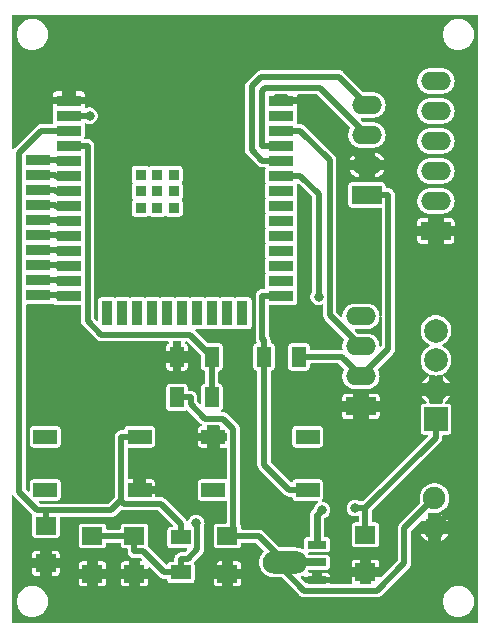
<source format=gtl>
G04 Layer: TopLayer*
G04 EasyEDA v6.5.23, 2023-05-28 17:35:23*
G04 5b9d0392a9f34ebfbb4243e03fcb58ae,7b9118f9ee4640bfb0881aea6626bb62,10*
G04 Gerber Generator version 0.2*
G04 Scale: 100 percent, Rotated: No, Reflected: No *
G04 Dimensions in millimeters *
G04 leading zeros omitted , absolute positions ,4 integer and 5 decimal *
%FSLAX45Y45*%
%MOMM*%

%AMMACRO1*21,1,$1,$2,0,0,$3*%
%ADD10C,0.6000*%
%ADD11C,0.5000*%
%ADD12MACRO1,1.728X1.485X0.0000*%
%ADD13R,1.7280X1.4850*%
%ADD14MACRO1,1.701X1.2075X0.0000*%
%ADD15R,1.7010X1.2075*%
%ADD16MACRO1,1.701X1.2075X90.0000*%
%ADD17R,2.0000X1.2000*%
%ADD18R,2.1000X0.9500*%
%ADD19R,0.9500X2.1000*%
%ADD20R,0.9000X0.9000*%
%ADD21MACRO1,0.672X1.575X90.0000*%
%ADD22C,1.9000*%
%ADD23C,2.0000*%
%ADD24R,2.0000X2.0000*%
%ADD25R,2.5400X1.5400*%
%ADD26O,2.54X1.5400019999999999*%
%ADD27R,2.0000X0.9000*%
%ADD28C,0.8000*%
%ADD29C,0.0124*%

%LPD*%
G36*
X736092Y3425901D02*
G01*
X732180Y3426663D01*
X728878Y3428898D01*
X726694Y3432149D01*
X725932Y3436061D01*
X725932Y4494072D01*
X726795Y4498187D01*
X729234Y4501591D01*
X732891Y4503724D01*
X737057Y4504182D01*
X741070Y4502912D01*
X744220Y4500118D01*
X748080Y4494936D01*
X751433Y4491278D01*
X898702Y4344009D01*
X900785Y4341012D01*
X901649Y4337456D01*
X901242Y4333849D01*
X899718Y4328820D01*
X899109Y4322419D01*
X899109Y4174896D01*
X899718Y4168444D01*
X901446Y4162755D01*
X904290Y4157472D01*
X908050Y4152849D01*
X912672Y4149090D01*
X917956Y4146245D01*
X923645Y4144518D01*
X930097Y4143908D01*
X1101902Y4143908D01*
X1108354Y4144518D01*
X1114044Y4146245D01*
X1119327Y4149090D01*
X1123950Y4152849D01*
X1127709Y4157472D01*
X1130554Y4162755D01*
X1132281Y4168444D01*
X1132890Y4174896D01*
X1132890Y4312259D01*
X1133703Y4316171D01*
X1135888Y4319473D01*
X1139190Y4321657D01*
X1143050Y4322419D01*
X1570685Y4322419D01*
X1575714Y4322673D01*
X1580540Y4323283D01*
X1585264Y4324350D01*
X1589887Y4325772D01*
X1594358Y4327652D01*
X1598625Y4329887D01*
X1602740Y4332478D01*
X1606550Y4335424D01*
X1610309Y4338828D01*
X1651863Y4380382D01*
X1654911Y4382516D01*
X1658467Y4383379D01*
X1662125Y4382922D01*
X1666748Y4381449D01*
X1671421Y4380382D01*
X1676247Y4379772D01*
X1681276Y4379518D01*
X1960575Y4379518D01*
X1964436Y4378756D01*
X1967738Y4376572D01*
X2087676Y4256582D01*
X2089912Y4253331D01*
X2090674Y4249420D01*
X2089912Y4245508D01*
X2087676Y4242257D01*
X2084374Y4240022D01*
X2080514Y4239260D01*
X2074468Y4239260D01*
X2068017Y4238650D01*
X2062276Y4236872D01*
X2057044Y4234078D01*
X2052421Y4230268D01*
X2048611Y4225696D01*
X2045817Y4220413D01*
X2044090Y4214672D01*
X2043430Y4208272D01*
X2043430Y4088485D01*
X2044090Y4082034D01*
X2045817Y4076344D01*
X2048611Y4071061D01*
X2052421Y4066438D01*
X2057044Y4062679D01*
X2062276Y4059885D01*
X2068017Y4058107D01*
X2074468Y4057497D01*
X2203145Y4057497D01*
X2207006Y4056735D01*
X2210308Y4054500D01*
X2212543Y4051198D01*
X2213305Y4047337D01*
X2212543Y4043426D01*
X2210308Y4040124D01*
X2196693Y4026509D01*
X2193391Y4024325D01*
X2189530Y4023563D01*
X2159457Y4023563D01*
X2149348Y4022648D01*
X2140051Y4020159D01*
X2131263Y4016095D01*
X2123338Y4010507D01*
X2116531Y4003700D01*
X2110943Y3995775D01*
X2106879Y3986987D01*
X2104390Y3977690D01*
X2103475Y3967581D01*
X2103475Y3953662D01*
X2102713Y3949801D01*
X2100529Y3946499D01*
X2097227Y3944264D01*
X2093315Y3943502D01*
X2074468Y3943502D01*
X2068017Y3942892D01*
X2062276Y3941114D01*
X2057044Y3938320D01*
X2052421Y3934561D01*
X2048662Y3929938D01*
X2045258Y3923436D01*
X2042922Y3920490D01*
X2039620Y3918559D01*
X2035911Y3918000D01*
X2032203Y3918864D01*
X2029053Y3920998D01*
X1883308Y4066743D01*
X1881225Y4069740D01*
X1880362Y4073245D01*
X1880768Y4076852D01*
X1881581Y4079544D01*
X1882190Y4085996D01*
X1882190Y4233519D01*
X1881581Y4239920D01*
X1879854Y4245660D01*
X1877009Y4250944D01*
X1873250Y4255516D01*
X1868627Y4259326D01*
X1863343Y4262120D01*
X1857654Y4263898D01*
X1851202Y4264507D01*
X1679397Y4264507D01*
X1672945Y4263898D01*
X1667256Y4262120D01*
X1661972Y4259326D01*
X1657350Y4255516D01*
X1653590Y4250944D01*
X1650746Y4245660D01*
X1649018Y4239920D01*
X1648409Y4233519D01*
X1648409Y4225442D01*
X1647596Y4221530D01*
X1645412Y4218228D01*
X1642110Y4216044D01*
X1638249Y4215282D01*
X1536750Y4215282D01*
X1532890Y4216044D01*
X1529588Y4218228D01*
X1527403Y4221530D01*
X1526590Y4225442D01*
X1526590Y4233519D01*
X1525981Y4239920D01*
X1524254Y4245660D01*
X1521409Y4250944D01*
X1517650Y4255516D01*
X1513027Y4259326D01*
X1507744Y4262120D01*
X1502054Y4263898D01*
X1495602Y4264507D01*
X1323797Y4264507D01*
X1317345Y4263898D01*
X1311656Y4262120D01*
X1306372Y4259326D01*
X1301750Y4255516D01*
X1297990Y4250944D01*
X1295146Y4245660D01*
X1293418Y4239920D01*
X1292809Y4233519D01*
X1292809Y4085996D01*
X1293418Y4079544D01*
X1295146Y4073855D01*
X1297990Y4068572D01*
X1301750Y4063949D01*
X1306372Y4060190D01*
X1311656Y4057345D01*
X1317345Y4055618D01*
X1323797Y4055008D01*
X1495602Y4055008D01*
X1502054Y4055618D01*
X1507744Y4057345D01*
X1513027Y4060190D01*
X1517650Y4063949D01*
X1521409Y4068572D01*
X1524254Y4073855D01*
X1525981Y4079544D01*
X1526590Y4085996D01*
X1526590Y4094073D01*
X1527403Y4097985D01*
X1529588Y4101287D01*
X1532890Y4103471D01*
X1536750Y4104233D01*
X1638249Y4104233D01*
X1642110Y4103471D01*
X1645412Y4101287D01*
X1647596Y4097985D01*
X1648409Y4094073D01*
X1648409Y4085996D01*
X1649018Y4079544D01*
X1650746Y4073855D01*
X1653590Y4068572D01*
X1657350Y4063949D01*
X1661972Y4060190D01*
X1667256Y4057345D01*
X1672945Y4055618D01*
X1679397Y4055008D01*
X1699615Y4055008D01*
X1703527Y4054195D01*
X1706829Y4052011D01*
X1709013Y4048709D01*
X1709775Y4044848D01*
X1709775Y4030929D01*
X1710689Y4020820D01*
X1713179Y4011523D01*
X1717243Y4002735D01*
X1722831Y3994810D01*
X1729638Y3988003D01*
X1737563Y3982415D01*
X1746351Y3978351D01*
X1755648Y3975862D01*
X1765757Y3974947D01*
X1813864Y3974947D01*
X1817776Y3974185D01*
X1821078Y3972001D01*
X1829714Y3963365D01*
X1831898Y3960063D01*
X1832660Y3956151D01*
X1831898Y3952290D01*
X1829714Y3948988D01*
X1826412Y3946804D01*
X1822500Y3945991D01*
X1814830Y3945991D01*
X1814830Y3884726D01*
X1882190Y3884726D01*
X1883003Y3890213D01*
X1885188Y3893515D01*
X1888489Y3895699D01*
X1892350Y3896461D01*
X1896262Y3895699D01*
X1899564Y3893515D01*
X1979523Y3813505D01*
X1983232Y3810101D01*
X1987092Y3807155D01*
X1991156Y3804564D01*
X1995474Y3802329D01*
X1999945Y3800449D01*
X2004568Y3799027D01*
X2009292Y3797960D01*
X2014067Y3797350D01*
X2019147Y3797096D01*
X2033778Y3797096D01*
X2037435Y3796436D01*
X2040636Y3794506D01*
X2042871Y3791508D01*
X2044090Y3786327D01*
X2045817Y3780586D01*
X2048611Y3775303D01*
X2052421Y3770731D01*
X2057044Y3766921D01*
X2062276Y3764127D01*
X2068017Y3762349D01*
X2074468Y3761740D01*
X2243531Y3761740D01*
X2249982Y3762349D01*
X2255723Y3764127D01*
X2260955Y3766921D01*
X2265578Y3770731D01*
X2269388Y3775303D01*
X2272182Y3780586D01*
X2273909Y3786327D01*
X2274570Y3792728D01*
X2274570Y3912514D01*
X2273909Y3918965D01*
X2272233Y3924604D01*
X2268626Y3931107D01*
X2267407Y3935272D01*
X2268016Y3939540D01*
X2270353Y3943197D01*
X2338324Y4011117D01*
X2341727Y4014876D01*
X2344674Y4018686D01*
X2347264Y4022801D01*
X2349500Y4027068D01*
X2351379Y4031538D01*
X2352802Y4036161D01*
X2353868Y4040886D01*
X2354478Y4045712D01*
X2354732Y4050741D01*
X2354732Y4243120D01*
X2358593Y4259072D01*
X2359456Y4270095D01*
X2358593Y4281119D01*
X2356002Y4291888D01*
X2351786Y4302099D01*
X2345994Y4311497D01*
X2338832Y4319930D01*
X2330450Y4327093D01*
X2321001Y4332884D01*
X2310790Y4337100D01*
X2300020Y4339691D01*
X2288997Y4340555D01*
X2277973Y4339691D01*
X2267204Y4337100D01*
X2256993Y4332884D01*
X2247595Y4327093D01*
X2239162Y4319930D01*
X2231999Y4311497D01*
X2226208Y4302099D01*
X2223465Y4295546D01*
X2221077Y4291990D01*
X2217369Y4289806D01*
X2213152Y4289298D01*
X2209088Y4290568D01*
X2205888Y4293463D01*
X2201418Y4299559D01*
X2198116Y4303217D01*
X2027174Y4474159D01*
X2023414Y4477562D01*
X2019604Y4480509D01*
X2015489Y4483100D01*
X2011222Y4485335D01*
X2006752Y4487214D01*
X2002129Y4488637D01*
X1997405Y4489704D01*
X1992579Y4490313D01*
X1987550Y4490567D01*
X1950364Y4490567D01*
X1946452Y4491329D01*
X1943150Y4493514D01*
X1940966Y4496816D01*
X1940204Y4500727D01*
X1940204Y4513834D01*
X1866036Y4513834D01*
X1866036Y4500727D01*
X1865274Y4496816D01*
X1863039Y4493514D01*
X1859788Y4491329D01*
X1855876Y4490567D01*
X1763522Y4490567D01*
X1759610Y4491329D01*
X1756308Y4493514D01*
X1754124Y4496816D01*
X1753362Y4500727D01*
X1753362Y4513834D01*
X1720189Y4513834D01*
X1716328Y4514646D01*
X1713026Y4516831D01*
X1710791Y4520133D01*
X1710029Y4523994D01*
X1710029Y4576368D01*
X1710791Y4580280D01*
X1713026Y4583582D01*
X1716328Y4585766D01*
X1720189Y4586528D01*
X1753362Y4586528D01*
X1753362Y4640681D01*
X1720189Y4640681D01*
X1716328Y4641494D01*
X1713026Y4643678D01*
X1710791Y4646980D01*
X1710029Y4650841D01*
X1710029Y4899507D01*
X1710791Y4903419D01*
X1713026Y4906721D01*
X1716328Y4908905D01*
X1720189Y4909667D01*
X1909165Y4909667D01*
X1915617Y4910328D01*
X1921357Y4912055D01*
X1926589Y4914900D01*
X1931212Y4918659D01*
X1935022Y4923282D01*
X1937816Y4928565D01*
X1939543Y4934254D01*
X1940204Y4940706D01*
X1940204Y5059680D01*
X1939543Y5066131D01*
X1937816Y5071872D01*
X1935022Y5077104D01*
X1931212Y5081727D01*
X1926589Y5085537D01*
X1921357Y5088331D01*
X1915617Y5090058D01*
X1909165Y5090718D01*
X1710182Y5090718D01*
X1703730Y5090058D01*
X1698040Y5088331D01*
X1692757Y5085537D01*
X1688134Y5081727D01*
X1684375Y5077104D01*
X1681530Y5071872D01*
X1679803Y5066131D01*
X1678635Y5061305D01*
X1676400Y5058308D01*
X1673250Y5056378D01*
X1669592Y5055717D01*
X1654860Y5055717D01*
X1649831Y5055463D01*
X1645005Y5054854D01*
X1640281Y5053787D01*
X1635658Y5052364D01*
X1631188Y5050485D01*
X1626920Y5048250D01*
X1622806Y5045659D01*
X1618996Y5042712D01*
X1615440Y5039461D01*
X1612138Y5035854D01*
X1609039Y5031892D01*
X1606448Y5027828D01*
X1604213Y5023510D01*
X1602384Y5019040D01*
X1600911Y5014417D01*
X1599895Y5009692D01*
X1599234Y5004917D01*
X1599031Y4999837D01*
X1599031Y4488789D01*
X1598269Y4484878D01*
X1596034Y4481626D01*
X1550873Y4436414D01*
X1547571Y4434230D01*
X1543710Y4433468D01*
X970432Y4433468D01*
X966571Y4434230D01*
X963269Y4436414D01*
X957376Y4442358D01*
X955141Y4445660D01*
X954379Y4449521D01*
X955141Y4453432D01*
X957376Y4456734D01*
X960628Y4458919D01*
X964539Y4459681D01*
X1109167Y4459681D01*
X1115618Y4460341D01*
X1121359Y4462068D01*
X1126591Y4464862D01*
X1131214Y4468672D01*
X1135024Y4473295D01*
X1137818Y4478528D01*
X1139545Y4484268D01*
X1140206Y4490720D01*
X1140206Y4609693D01*
X1139545Y4616145D01*
X1137818Y4621834D01*
X1135024Y4627118D01*
X1131214Y4631740D01*
X1126591Y4635500D01*
X1121359Y4638344D01*
X1115618Y4640072D01*
X1109167Y4640681D01*
X910183Y4640681D01*
X903732Y4640072D01*
X898042Y4638344D01*
X892759Y4635500D01*
X888136Y4631740D01*
X884377Y4627118D01*
X881532Y4621834D01*
X879805Y4616145D01*
X879195Y4609693D01*
X879195Y4545025D01*
X878382Y4541164D01*
X876198Y4537862D01*
X872896Y4535678D01*
X869035Y4534865D01*
X865124Y4535678D01*
X861821Y4537862D01*
X849020Y4550714D01*
X846785Y4553966D01*
X846023Y4557877D01*
X846023Y6111951D01*
X846785Y6115812D01*
X849020Y6119114D01*
X852322Y6121298D01*
X856183Y6122111D01*
X1052017Y6122111D01*
X1058418Y6122720D01*
X1064107Y6124448D01*
X1070559Y6127953D01*
X1074369Y6129172D01*
X1078331Y6128816D01*
X1081887Y6126937D01*
X1086256Y6123330D01*
X1091539Y6120485D01*
X1097229Y6118758D01*
X1103680Y6118148D01*
X1303934Y6118148D01*
X1307795Y6117386D01*
X1311097Y6115151D01*
X1313332Y6111849D01*
X1314094Y6107988D01*
X1314094Y5979058D01*
X1314297Y5974029D01*
X1314958Y5969203D01*
X1315974Y5964478D01*
X1317447Y5959856D01*
X1319276Y5955385D01*
X1321511Y5951118D01*
X1324152Y5947003D01*
X1327099Y5943193D01*
X1330502Y5939434D01*
X1445107Y5824829D01*
X1448866Y5821426D01*
X1452676Y5818479D01*
X1456791Y5815838D01*
X1461058Y5813602D01*
X1465529Y5811774D01*
X1470152Y5810300D01*
X1474876Y5809284D01*
X1479702Y5808624D01*
X1484731Y5808421D01*
X2047087Y5808421D01*
X2051456Y5807456D01*
X2054961Y5804712D01*
X2056942Y5800699D01*
X2057095Y5796280D01*
X2055266Y5792216D01*
X2051913Y5789269D01*
X2048103Y5787288D01*
X2043531Y5783478D01*
X2039721Y5778855D01*
X2036927Y5773623D01*
X2035149Y5767882D01*
X2034539Y5761431D01*
X2034539Y5725769D01*
X2088896Y5725769D01*
X2088896Y5798261D01*
X2089657Y5802122D01*
X2091842Y5805424D01*
X2095144Y5807659D01*
X2099056Y5808421D01*
X2151786Y5808421D01*
X2155698Y5807659D01*
X2159000Y5805424D01*
X2161184Y5802122D01*
X2161946Y5798261D01*
X2161946Y5725769D01*
X2216302Y5725769D01*
X2216302Y5761431D01*
X2215692Y5767882D01*
X2213914Y5773623D01*
X2211120Y5778855D01*
X2207361Y5783478D01*
X2202738Y5787288D01*
X2198928Y5789269D01*
X2195576Y5792216D01*
X2193798Y5796280D01*
X2193899Y5800699D01*
X2195880Y5804712D01*
X2199386Y5807456D01*
X2203754Y5808421D01*
X2206955Y5808421D01*
X2210866Y5807659D01*
X2214168Y5805424D01*
X2327300Y5692241D01*
X2329535Y5688990D01*
X2330297Y5685078D01*
X2330297Y5592368D01*
X2330907Y5585917D01*
X2332685Y5580176D01*
X2335479Y5574944D01*
X2339238Y5570321D01*
X2343861Y5566511D01*
X2349144Y5563717D01*
X2354834Y5561990D01*
X2360066Y5560771D01*
X2363063Y5558536D01*
X2364994Y5555335D01*
X2365654Y5551678D01*
X2365654Y5459222D01*
X2364994Y5455564D01*
X2363063Y5452364D01*
X2360066Y5450128D01*
X2354834Y5448909D01*
X2349144Y5447182D01*
X2343861Y5444388D01*
X2339238Y5440578D01*
X2335479Y5435955D01*
X2332685Y5430723D01*
X2330907Y5424982D01*
X2330297Y5418531D01*
X2330297Y5289854D01*
X2329535Y5285994D01*
X2327300Y5282692D01*
X2323998Y5280456D01*
X2320137Y5279694D01*
X2316226Y5280456D01*
X2312924Y5282692D01*
X2299309Y5296306D01*
X2297125Y5299608D01*
X2296363Y5303469D01*
X2296363Y5333542D01*
X2295448Y5343652D01*
X2292959Y5352948D01*
X2288895Y5361736D01*
X2283358Y5369661D01*
X2276500Y5376468D01*
X2268575Y5382056D01*
X2259838Y5386120D01*
X2250490Y5388610D01*
X2240381Y5389524D01*
X2226462Y5389524D01*
X2222601Y5390286D01*
X2219299Y5392470D01*
X2217064Y5395772D01*
X2216302Y5399684D01*
X2216302Y5418531D01*
X2215692Y5424982D01*
X2213914Y5430723D01*
X2211120Y5435955D01*
X2207361Y5440578D01*
X2202738Y5444388D01*
X2197455Y5447182D01*
X2191766Y5448909D01*
X2185314Y5449570D01*
X2065528Y5449570D01*
X2059127Y5448909D01*
X2053386Y5447182D01*
X2048103Y5444388D01*
X2043531Y5440578D01*
X2039721Y5435955D01*
X2036927Y5430723D01*
X2035149Y5424982D01*
X2034539Y5418531D01*
X2034539Y5249468D01*
X2035149Y5243017D01*
X2036927Y5237276D01*
X2039721Y5232044D01*
X2043531Y5227421D01*
X2048103Y5223611D01*
X2053386Y5220817D01*
X2059127Y5219090D01*
X2065528Y5218430D01*
X2185314Y5218430D01*
X2191766Y5219090D01*
X2197404Y5220766D01*
X2203907Y5224373D01*
X2208072Y5225592D01*
X2212340Y5224983D01*
X2215997Y5222646D01*
X2323134Y5115458D01*
X2326843Y5112105D01*
X2331821Y5108397D01*
X2334514Y5105349D01*
X2335834Y5101539D01*
X2335530Y5097526D01*
X2333701Y5093919D01*
X2330602Y5091328D01*
X2320442Y5088331D01*
X2315159Y5085537D01*
X2310536Y5081727D01*
X2306777Y5077104D01*
X2303932Y5071872D01*
X2302205Y5066131D01*
X2301595Y5059680D01*
X2301595Y5036566D01*
X2375763Y5036566D01*
X2375763Y5088890D01*
X2376525Y5092801D01*
X2378710Y5096103D01*
X2382012Y5098288D01*
X2385923Y5099050D01*
X2478278Y5099050D01*
X2482189Y5098288D01*
X2485440Y5096103D01*
X2487676Y5092801D01*
X2488438Y5088890D01*
X2488438Y5036566D01*
X2536647Y5036566D01*
X2540558Y5035753D01*
X2543860Y5033568D01*
X2546045Y5030266D01*
X2546807Y5026406D01*
X2546807Y4974031D01*
X2546045Y4970119D01*
X2543860Y4966817D01*
X2540558Y4964633D01*
X2536647Y4963871D01*
X2488438Y4963871D01*
X2488438Y4909667D01*
X2531567Y4909667D01*
X2535682Y4910074D01*
X2539847Y4909616D01*
X2543505Y4907534D01*
X2545943Y4904079D01*
X2546807Y4899964D01*
X2546807Y4650435D01*
X2545943Y4646320D01*
X2543505Y4642866D01*
X2539847Y4640783D01*
X2535682Y4640326D01*
X2531567Y4640681D01*
X2332583Y4640681D01*
X2326132Y4640072D01*
X2320442Y4638344D01*
X2315159Y4635500D01*
X2310536Y4631740D01*
X2306777Y4627118D01*
X2303932Y4621834D01*
X2302205Y4616145D01*
X2301595Y4609693D01*
X2301595Y4490720D01*
X2302205Y4484268D01*
X2303932Y4478528D01*
X2306777Y4473295D01*
X2310536Y4468672D01*
X2315159Y4464862D01*
X2320442Y4462068D01*
X2326132Y4460341D01*
X2332583Y4459681D01*
X2531567Y4459681D01*
X2535682Y4460087D01*
X2539847Y4459630D01*
X2543505Y4457496D01*
X2545943Y4454093D01*
X2546807Y4449978D01*
X2546807Y4274667D01*
X2546045Y4270756D01*
X2543860Y4267504D01*
X2540558Y4265269D01*
X2536647Y4264507D01*
X2466797Y4264507D01*
X2460345Y4263898D01*
X2454656Y4262120D01*
X2449372Y4259326D01*
X2444750Y4255516D01*
X2440990Y4250944D01*
X2438146Y4245660D01*
X2436418Y4239920D01*
X2435809Y4233519D01*
X2435809Y4085996D01*
X2436418Y4079544D01*
X2438146Y4073855D01*
X2440990Y4068572D01*
X2444750Y4063949D01*
X2449372Y4060190D01*
X2454656Y4057345D01*
X2460345Y4055618D01*
X2466797Y4055008D01*
X2638602Y4055008D01*
X2645054Y4055618D01*
X2650744Y4057345D01*
X2656027Y4060190D01*
X2660650Y4063949D01*
X2664409Y4068572D01*
X2667254Y4073855D01*
X2668981Y4079544D01*
X2669590Y4085996D01*
X2669590Y4094073D01*
X2670403Y4097985D01*
X2672588Y4101287D01*
X2675890Y4103471D01*
X2679750Y4104233D01*
X2790291Y4104233D01*
X2794152Y4103471D01*
X2797454Y4101287D01*
X2857855Y4040886D01*
X2859989Y4037685D01*
X2860802Y4033977D01*
X2860192Y4030167D01*
X2858211Y4026865D01*
X2849626Y4017467D01*
X2842615Y4008018D01*
X2836519Y3997960D01*
X2831388Y3987393D01*
X2827223Y3976370D01*
X2824175Y3964990D01*
X2822143Y3953408D01*
X2821228Y3941724D01*
X2821432Y3929938D01*
X2822752Y3918254D01*
X2825089Y3906723D01*
X2828544Y3895496D01*
X2833065Y3884625D01*
X2838551Y3874211D01*
X2845003Y3864356D01*
X2852318Y3855161D01*
X2860497Y3846677D01*
X2869387Y3839006D01*
X2878988Y3832199D01*
X2889199Y3826357D01*
X2899867Y3821429D01*
X2910992Y3817569D01*
X2922422Y3814775D01*
X2934055Y3813048D01*
X2945993Y3812387D01*
X3005429Y3812387D01*
X3009341Y3811574D01*
X3012643Y3809390D01*
X3162858Y3659124D01*
X3166618Y3655720D01*
X3170428Y3652774D01*
X3174542Y3650183D01*
X3178810Y3647948D01*
X3183280Y3646068D01*
X3187903Y3644646D01*
X3192627Y3643579D01*
X3197453Y3642969D01*
X3202482Y3642715D01*
X3818636Y3642715D01*
X3823665Y3642969D01*
X3828491Y3643579D01*
X3833215Y3644646D01*
X3837838Y3646068D01*
X3842308Y3647948D01*
X3846576Y3650183D01*
X3850690Y3652774D01*
X3854500Y3655720D01*
X3858260Y3659124D01*
X4088434Y3889349D01*
X4091838Y3893058D01*
X4094784Y3896918D01*
X4097426Y3900982D01*
X4099661Y3905300D01*
X4101490Y3909771D01*
X4102963Y3914394D01*
X4103979Y3919118D01*
X4104640Y3923893D01*
X4104843Y3928973D01*
X4104843Y4197959D01*
X4105605Y4201871D01*
X4107840Y4205122D01*
X4184650Y4281982D01*
X4187951Y4284167D01*
X4191812Y4284929D01*
X4251452Y4284929D01*
X4251452Y4344568D01*
X4252214Y4348429D01*
X4254449Y4351731D01*
X4260748Y4358081D01*
X4263796Y4360164D01*
X4267352Y4361027D01*
X4270959Y4360570D01*
X4275277Y4359249D01*
X4290161Y4356506D01*
X4305300Y4355592D01*
X4320438Y4356506D01*
X4335322Y4359249D01*
X4345990Y4362551D01*
X4350207Y4363110D01*
X4353356Y4365345D01*
X4363618Y4369968D01*
X4376572Y4377842D01*
X4388510Y4387189D01*
X4399229Y4397857D01*
X4408576Y4409795D01*
X4416399Y4422800D01*
X4422648Y4436618D01*
X4427118Y4451045D01*
X4429861Y4465980D01*
X4430776Y4481118D01*
X4429861Y4496206D01*
X4427118Y4511141D01*
X4422648Y4525619D01*
X4416399Y4539437D01*
X4408576Y4552391D01*
X4399229Y4564329D01*
X4388510Y4575048D01*
X4376572Y4584395D01*
X4363618Y4592218D01*
X4349800Y4598416D01*
X4335322Y4602937D01*
X4320438Y4605680D01*
X4305300Y4606594D01*
X4290161Y4605680D01*
X4275277Y4602937D01*
X4260799Y4598416D01*
X4246981Y4592218D01*
X4234027Y4584395D01*
X4222089Y4575048D01*
X4211370Y4564329D01*
X4202023Y4552391D01*
X4194200Y4539437D01*
X4187951Y4525619D01*
X4183481Y4511141D01*
X4180738Y4496206D01*
X4179824Y4481118D01*
X4180738Y4465980D01*
X4183481Y4451045D01*
X4184802Y4446778D01*
X4185208Y4443171D01*
X4184345Y4439615D01*
X4182262Y4436567D01*
X4010253Y4264558D01*
X4006850Y4260850D01*
X4003903Y4256989D01*
X4001262Y4252925D01*
X3999026Y4248607D01*
X3997198Y4244136D01*
X3995724Y4239514D01*
X3994708Y4234789D01*
X3994048Y4230014D01*
X3993845Y4224934D01*
X3993845Y3955948D01*
X3993083Y3952036D01*
X3990848Y3948785D01*
X3855364Y3813251D01*
X3852672Y3811320D01*
X3849471Y3810355D01*
X3770629Y3810457D01*
X3770629Y3763924D01*
X3769868Y3760012D01*
X3767683Y3756710D01*
X3764381Y3754526D01*
X3760470Y3753764D01*
X3681729Y3753764D01*
X3677818Y3754526D01*
X3674516Y3756710D01*
X3672332Y3760012D01*
X3671570Y3763924D01*
X3671570Y3810457D01*
X3604209Y3810457D01*
X3604209Y3780180D01*
X3604818Y3773779D01*
X3606952Y3766921D01*
X3607358Y3763162D01*
X3606393Y3759504D01*
X3604158Y3756456D01*
X3600958Y3754475D01*
X3597249Y3753764D01*
X3430066Y3753764D01*
X3426155Y3754526D01*
X3422853Y3756710D01*
X3420668Y3760012D01*
X3419906Y3763873D01*
X3356356Y3763873D01*
X3355543Y3760012D01*
X3353358Y3756710D01*
X3350056Y3754526D01*
X3346196Y3753764D01*
X3275076Y3753764D01*
X3271164Y3754526D01*
X3267913Y3756710D01*
X3265678Y3760012D01*
X3264915Y3763873D01*
X3219348Y3763873D01*
X3215487Y3764635D01*
X3212185Y3766820D01*
X3174542Y3804462D01*
X3172409Y3807714D01*
X3171596Y3811524D01*
X3172307Y3815384D01*
X3174441Y3818686D01*
X3177641Y3820922D01*
X3187090Y3825138D01*
X3191002Y3826001D01*
X3194964Y3825290D01*
X3198317Y3823106D01*
X3200552Y3819753D01*
X3201365Y3815842D01*
X3201365Y3810152D01*
X3264915Y3810152D01*
X3264915Y3851097D01*
X3243986Y3851097D01*
X3239668Y3852062D01*
X3236214Y3854754D01*
X3234182Y3858615D01*
X3233978Y3862984D01*
X3235604Y3867048D01*
X3237636Y3869994D01*
X3239922Y3872331D01*
X3242767Y3873855D01*
X3246018Y3874363D01*
X3388868Y3874363D01*
X3395319Y3875024D01*
X3401060Y3876751D01*
X3406292Y3879545D01*
X3410915Y3883355D01*
X3414725Y3887978D01*
X3417519Y3893210D01*
X3419246Y3898950D01*
X3419906Y3905402D01*
X3419906Y3970375D01*
X3419246Y3976827D01*
X3417519Y3982516D01*
X3414725Y3987800D01*
X3410915Y3992422D01*
X3406292Y3996232D01*
X3401060Y3999026D01*
X3395319Y4000754D01*
X3388868Y4001414D01*
X3246018Y4001414D01*
X3242818Y4001871D01*
X3239973Y4003344D01*
X3236874Y4006799D01*
X3235147Y4010863D01*
X3235299Y4015282D01*
X3237331Y4019245D01*
X3240836Y4021937D01*
X3245154Y4022902D01*
X3388868Y4022902D01*
X3395319Y4023563D01*
X3401060Y4025290D01*
X3406292Y4028084D01*
X3410915Y4031894D01*
X3414725Y4036466D01*
X3417519Y4041749D01*
X3419246Y4047490D01*
X3419906Y4053890D01*
X3419906Y4120134D01*
X3419246Y4126534D01*
X3417519Y4132275D01*
X3414725Y4137558D01*
X3410915Y4142130D01*
X3406292Y4145940D01*
X3401060Y4148734D01*
X3395319Y4150461D01*
X3388868Y4151122D01*
X3381298Y4151122D01*
X3377437Y4151884D01*
X3374136Y4154119D01*
X3371900Y4157370D01*
X3371138Y4161282D01*
X3371138Y4306265D01*
X3371900Y4310126D01*
X3374136Y4313428D01*
X3377437Y4315663D01*
X3384804Y4318711D01*
X3394201Y4324502D01*
X3402634Y4331665D01*
X3409797Y4340098D01*
X3415588Y4349496D01*
X3419805Y4359706D01*
X3422396Y4370476D01*
X3423259Y4381500D01*
X3422396Y4392523D01*
X3419805Y4403293D01*
X3415588Y4413504D01*
X3409797Y4422902D01*
X3402634Y4431334D01*
X3394201Y4438497D01*
X3384804Y4444288D01*
X3374593Y4448505D01*
X3363823Y4451096D01*
X3360115Y4451400D01*
X3355898Y4452670D01*
X3352647Y4455617D01*
X3350920Y4459681D01*
X3351072Y4464050D01*
X3353054Y4467961D01*
X3357422Y4473295D01*
X3360216Y4478528D01*
X3361944Y4484268D01*
X3362604Y4490720D01*
X3362604Y4609693D01*
X3361944Y4616145D01*
X3360216Y4621834D01*
X3357422Y4627118D01*
X3353612Y4631740D01*
X3348990Y4635500D01*
X3343757Y4638344D01*
X3338017Y4640072D01*
X3331565Y4640681D01*
X3132582Y4640681D01*
X3126130Y4640072D01*
X3120440Y4638344D01*
X3115157Y4635500D01*
X3110534Y4631740D01*
X3106775Y4627118D01*
X3103473Y4620869D01*
X3101086Y4617923D01*
X3097834Y4616043D01*
X3094075Y4615484D01*
X3090418Y4616348D01*
X3087319Y4618482D01*
X2920492Y4785258D01*
X2918307Y4788560D01*
X2917545Y4792421D01*
X2917545Y5551678D01*
X2918206Y5555335D01*
X2920187Y5558536D01*
X2923133Y5560771D01*
X2928366Y5561990D01*
X2934055Y5563717D01*
X2939338Y5566511D01*
X2943961Y5570321D01*
X2947720Y5574944D01*
X2950514Y5580176D01*
X2952292Y5585917D01*
X2952902Y5592368D01*
X2952902Y5761431D01*
X2952292Y5767882D01*
X2950514Y5773623D01*
X2947720Y5778855D01*
X2943961Y5783478D01*
X2939338Y5787288D01*
X2934055Y5790082D01*
X2928366Y5791809D01*
X2923133Y5793028D01*
X2920187Y5795264D01*
X2918206Y5798464D01*
X2917545Y5802122D01*
X2917545Y5816752D01*
X2917291Y5821832D01*
X2916682Y5826607D01*
X2915615Y5831332D01*
X2914192Y5835954D01*
X2912313Y5840425D01*
X2910078Y5844743D01*
X2907588Y5848654D01*
X2906014Y5850585D01*
X2904286Y5853633D01*
X2903677Y5857036D01*
X2903677Y6107988D01*
X2904439Y6111900D01*
X2906623Y6115151D01*
X2909925Y6117386D01*
X2913837Y6118148D01*
X3112719Y6118148D01*
X3119170Y6118809D01*
X3124860Y6120536D01*
X3130143Y6123330D01*
X3134766Y6127140D01*
X3138525Y6131712D01*
X3141370Y6136995D01*
X3143097Y6142736D01*
X3143707Y6149136D01*
X3143707Y6243167D01*
X3143097Y6249568D01*
X3140862Y6256578D01*
X3140405Y6259677D01*
X3140862Y6262725D01*
X3143097Y6269786D01*
X3143707Y6276136D01*
X3143707Y6370167D01*
X3143097Y6376568D01*
X3140862Y6383578D01*
X3140405Y6386677D01*
X3140862Y6389725D01*
X3143097Y6396786D01*
X3143707Y6403136D01*
X3143707Y6497167D01*
X3143097Y6503568D01*
X3140862Y6510578D01*
X3140405Y6513677D01*
X3140862Y6516725D01*
X3143097Y6523786D01*
X3143707Y6530136D01*
X3143707Y6624167D01*
X3143097Y6630568D01*
X3140862Y6637578D01*
X3140405Y6640677D01*
X3140862Y6643725D01*
X3143097Y6650786D01*
X3143707Y6657136D01*
X3143707Y6751167D01*
X3143097Y6757568D01*
X3140862Y6764578D01*
X3140405Y6767677D01*
X3140862Y6770725D01*
X3143097Y6777786D01*
X3143707Y6784136D01*
X3143707Y6878167D01*
X3143097Y6884568D01*
X3140862Y6891578D01*
X3140405Y6894677D01*
X3140862Y6897725D01*
X3143097Y6904786D01*
X3143707Y6911136D01*
X3143707Y7005167D01*
X3143097Y7011568D01*
X3140862Y7018578D01*
X3140405Y7021677D01*
X3140862Y7024725D01*
X3143097Y7031786D01*
X3143707Y7038136D01*
X3143707Y7132167D01*
X3144113Y7136892D01*
X3146145Y7140448D01*
X3149447Y7142937D01*
X3153410Y7143902D01*
X3157524Y7143191D01*
X3160928Y7140956D01*
X3265525Y7036358D01*
X3267760Y7033056D01*
X3268522Y7029196D01*
X3268522Y6234277D01*
X3268116Y6231534D01*
X3266998Y6228943D01*
X3261207Y6219494D01*
X3256991Y6209284D01*
X3254400Y6198565D01*
X3253536Y6187490D01*
X3254400Y6176467D01*
X3256991Y6165748D01*
X3261207Y6155537D01*
X3266998Y6146088D01*
X3274212Y6137706D01*
X3282594Y6130493D01*
X3292043Y6124702D01*
X3302254Y6120485D01*
X3313023Y6117894D01*
X3324047Y6117031D01*
X3335070Y6117894D01*
X3345789Y6120485D01*
X3350971Y6122619D01*
X3354832Y6123381D01*
X3358743Y6122619D01*
X3362045Y6120434D01*
X3364229Y6117132D01*
X3364992Y6113221D01*
X3364992Y6028486D01*
X3365246Y6023457D01*
X3365855Y6018631D01*
X3366922Y6013907D01*
X3368344Y6009284D01*
X3370224Y6004814D01*
X3372459Y6000546D01*
X3375050Y5996432D01*
X3377996Y5992622D01*
X3381451Y5988862D01*
X3538372Y5831941D01*
X3540658Y5828436D01*
X3541318Y5824321D01*
X3540302Y5820257D01*
X3533698Y5806948D01*
X3529177Y5793638D01*
X3526434Y5779820D01*
X3525520Y5765800D01*
X3526434Y5751779D01*
X3527856Y5744565D01*
X3527755Y5740095D01*
X3525774Y5736132D01*
X3522268Y5733389D01*
X3517900Y5732424D01*
X3258820Y5732424D01*
X3254908Y5733186D01*
X3251657Y5735370D01*
X3249422Y5738672D01*
X3248660Y5742584D01*
X3248660Y5761431D01*
X3248050Y5767882D01*
X3246272Y5773623D01*
X3243478Y5778855D01*
X3239668Y5783478D01*
X3235096Y5787288D01*
X3229813Y5790082D01*
X3224072Y5791809D01*
X3217672Y5792470D01*
X3097885Y5792470D01*
X3091434Y5791809D01*
X3085744Y5790082D01*
X3080461Y5787288D01*
X3075838Y5783478D01*
X3072079Y5778855D01*
X3069285Y5773623D01*
X3067507Y5767882D01*
X3066897Y5761431D01*
X3066897Y5592368D01*
X3067507Y5585917D01*
X3069285Y5580176D01*
X3072079Y5574944D01*
X3075838Y5570321D01*
X3080461Y5566511D01*
X3085744Y5563717D01*
X3091434Y5561990D01*
X3097885Y5561330D01*
X3217672Y5561330D01*
X3224072Y5561990D01*
X3229813Y5563717D01*
X3235096Y5566511D01*
X3239668Y5570321D01*
X3243478Y5574944D01*
X3246272Y5580176D01*
X3248050Y5585917D01*
X3248660Y5592368D01*
X3248660Y5611215D01*
X3249422Y5615127D01*
X3251657Y5618429D01*
X3254908Y5620613D01*
X3258820Y5621375D01*
X3490722Y5621375D01*
X3494582Y5620613D01*
X3497884Y5618429D01*
X3538372Y5577941D01*
X3540658Y5574436D01*
X3541318Y5570321D01*
X3540302Y5566257D01*
X3533698Y5552948D01*
X3529177Y5539638D01*
X3526434Y5525820D01*
X3525520Y5511800D01*
X3526434Y5497779D01*
X3529177Y5483961D01*
X3533698Y5470652D01*
X3539896Y5458053D01*
X3547719Y5446369D01*
X3557015Y5435803D01*
X3567582Y5426506D01*
X3579266Y5418734D01*
X3591864Y5412486D01*
X3605174Y5407964D01*
X3618992Y5405221D01*
X3633317Y5404307D01*
X3732682Y5404307D01*
X3747008Y5405221D01*
X3760825Y5407964D01*
X3774135Y5412486D01*
X3786733Y5418734D01*
X3798417Y5426506D01*
X3808984Y5435803D01*
X3818280Y5446369D01*
X3826103Y5458053D01*
X3832301Y5470652D01*
X3836822Y5483961D01*
X3839565Y5497779D01*
X3840479Y5511800D01*
X3839565Y5525820D01*
X3836822Y5539638D01*
X3832301Y5552948D01*
X3825697Y5566257D01*
X3824681Y5570321D01*
X3825341Y5574436D01*
X3827627Y5577941D01*
X3954932Y5705246D01*
X3958336Y5708954D01*
X3961282Y5712815D01*
X3963924Y5716879D01*
X3966159Y5721197D01*
X3967987Y5725668D01*
X3969461Y5730290D01*
X3970477Y5735015D01*
X3971137Y5739790D01*
X3971340Y5744870D01*
X3971340Y7048042D01*
X3970477Y7058152D01*
X3967987Y7067448D01*
X3963873Y7076236D01*
X3958336Y7084161D01*
X3951478Y7090968D01*
X3943604Y7096556D01*
X3934815Y7100620D01*
X3925468Y7103109D01*
X3915410Y7104024D01*
X3901490Y7104024D01*
X3897579Y7104786D01*
X3894277Y7106970D01*
X3892092Y7110272D01*
X3891330Y7114184D01*
X3891330Y7125004D01*
X3890670Y7131456D01*
X3888943Y7137146D01*
X3886149Y7142429D01*
X3882339Y7147052D01*
X3877716Y7150811D01*
X3872433Y7153656D01*
X3866743Y7155383D01*
X3860292Y7155992D01*
X3607308Y7155992D01*
X3600856Y7155383D01*
X3595166Y7153656D01*
X3589883Y7150811D01*
X3585260Y7147052D01*
X3581450Y7142429D01*
X3578656Y7137146D01*
X3576929Y7131456D01*
X3576269Y7125004D01*
X3576269Y6971995D01*
X3576929Y6965543D01*
X3578656Y6959853D01*
X3581450Y6954570D01*
X3585260Y6949948D01*
X3589883Y6946188D01*
X3595166Y6943344D01*
X3600856Y6941616D01*
X3607308Y6941007D01*
X3850182Y6941007D01*
X3854043Y6940194D01*
X3857345Y6938009D01*
X3859580Y6934708D01*
X3860342Y6930847D01*
X3860342Y6027318D01*
X3859377Y6023000D01*
X3856888Y6019800D01*
X3859377Y6016599D01*
X3860342Y6012281D01*
X3860342Y5773318D01*
X3859377Y5769000D01*
X3856634Y5765495D01*
X3852722Y5763463D01*
X3848303Y5763310D01*
X3844239Y5765088D01*
X3841292Y5768390D01*
X3840022Y5772658D01*
X3839565Y5779820D01*
X3836822Y5793638D01*
X3832301Y5806948D01*
X3826103Y5819546D01*
X3818280Y5831230D01*
X3808984Y5841796D01*
X3798417Y5851093D01*
X3786733Y5858865D01*
X3774135Y5865114D01*
X3760825Y5869635D01*
X3747008Y5872378D01*
X3732682Y5873292D01*
X3658209Y5873292D01*
X3654298Y5874105D01*
X3650996Y5876290D01*
X3632352Y5894933D01*
X3630168Y5898235D01*
X3629355Y5902147D01*
X3630168Y5906008D01*
X3632352Y5909310D01*
X3635654Y5911494D01*
X3639515Y5912307D01*
X3732682Y5912307D01*
X3747008Y5913221D01*
X3760825Y5915964D01*
X3774135Y5920486D01*
X3786733Y5926734D01*
X3798417Y5934506D01*
X3808984Y5943803D01*
X3818280Y5954369D01*
X3826103Y5966053D01*
X3832301Y5978652D01*
X3836822Y5991961D01*
X3839565Y6005779D01*
X3840022Y6012942D01*
X3841292Y6017209D01*
X3843578Y6019800D01*
X3841292Y6022390D01*
X3840022Y6026658D01*
X3839565Y6033820D01*
X3836822Y6047638D01*
X3832301Y6060948D01*
X3826103Y6073546D01*
X3818280Y6085230D01*
X3808984Y6095796D01*
X3798417Y6105093D01*
X3786733Y6112865D01*
X3774135Y6119114D01*
X3760825Y6123635D01*
X3747008Y6126378D01*
X3732682Y6127292D01*
X3633317Y6127292D01*
X3618992Y6126378D01*
X3605174Y6123635D01*
X3591864Y6119114D01*
X3579266Y6112865D01*
X3567582Y6105093D01*
X3557015Y6095796D01*
X3547719Y6085230D01*
X3539896Y6073546D01*
X3533698Y6060948D01*
X3529177Y6047638D01*
X3526434Y6033820D01*
X3525875Y6025286D01*
X3524910Y6021527D01*
X3522573Y6018428D01*
X3519322Y6016447D01*
X3515512Y6015786D01*
X3511753Y6016599D01*
X3508552Y6018733D01*
X3478987Y6048298D01*
X3476802Y6051600D01*
X3476040Y6055461D01*
X3476040Y7340650D01*
X3475786Y7345730D01*
X3475177Y7350506D01*
X3474110Y7355230D01*
X3472687Y7359853D01*
X3470808Y7364323D01*
X3468573Y7368641D01*
X3465982Y7372705D01*
X3463036Y7376566D01*
X3459632Y7380274D01*
X3207664Y7632242D01*
X3203905Y7635646D01*
X3200095Y7638592D01*
X3195980Y7641234D01*
X3191713Y7643469D01*
X3187242Y7645298D01*
X3182620Y7646771D01*
X3177895Y7647787D01*
X3173069Y7648448D01*
X3168040Y7648651D01*
X3151327Y7648651D01*
X3147618Y7649362D01*
X3144418Y7651343D01*
X3142183Y7654391D01*
X3141167Y7657998D01*
X3141573Y7661757D01*
X3143097Y7666736D01*
X3143707Y7673136D01*
X3143707Y7767167D01*
X3143097Y7773568D01*
X3140862Y7780578D01*
X3140405Y7783677D01*
X3140862Y7786725D01*
X3143097Y7793786D01*
X3143707Y7800136D01*
X3143707Y7817053D01*
X3067050Y7817053D01*
X3067050Y7808315D01*
X3066288Y7804454D01*
X3064103Y7801152D01*
X3060801Y7798917D01*
X3056890Y7798155D01*
X2959506Y7798155D01*
X2955645Y7798917D01*
X2952343Y7801152D01*
X2950108Y7804454D01*
X2949346Y7808315D01*
X2949346Y7817053D01*
X2913684Y7817053D01*
X2909824Y7817815D01*
X2906522Y7820050D01*
X2904286Y7823352D01*
X2903524Y7827213D01*
X2903524Y7867091D01*
X2904286Y7871002D01*
X2906522Y7874304D01*
X2909824Y7876489D01*
X2913684Y7877251D01*
X2949346Y7877251D01*
X2949346Y7888884D01*
X2950108Y7892796D01*
X2952343Y7896098D01*
X2955645Y7898282D01*
X2959506Y7899044D01*
X3056890Y7899044D01*
X3060801Y7898282D01*
X3064103Y7896098D01*
X3066288Y7892796D01*
X3067050Y7888884D01*
X3067050Y7877251D01*
X3143707Y7877251D01*
X3143707Y7888884D01*
X3144469Y7892796D01*
X3146704Y7896098D01*
X3150006Y7898282D01*
X3153867Y7899044D01*
X3308553Y7899044D01*
X3312414Y7898282D01*
X3315715Y7896098D01*
X3589172Y7622641D01*
X3591458Y7619136D01*
X3592118Y7615021D01*
X3591102Y7610957D01*
X3584498Y7597648D01*
X3579977Y7584338D01*
X3577234Y7570520D01*
X3576320Y7556500D01*
X3577234Y7542479D01*
X3579977Y7528661D01*
X3584498Y7515352D01*
X3590696Y7502753D01*
X3598519Y7491069D01*
X3607815Y7480503D01*
X3618382Y7471206D01*
X3630066Y7463434D01*
X3642664Y7457186D01*
X3655974Y7452664D01*
X3669792Y7449921D01*
X3684117Y7449007D01*
X3783482Y7449007D01*
X3797808Y7449921D01*
X3811625Y7452664D01*
X3824935Y7457186D01*
X3837533Y7463434D01*
X3849217Y7471206D01*
X3859784Y7480503D01*
X3869080Y7491069D01*
X3876903Y7502753D01*
X3883101Y7515352D01*
X3887622Y7528661D01*
X3890365Y7542479D01*
X3891279Y7556500D01*
X3890365Y7570520D01*
X3887622Y7584338D01*
X3883101Y7597648D01*
X3876903Y7610246D01*
X3869080Y7621930D01*
X3859784Y7632496D01*
X3849217Y7641793D01*
X3837533Y7649565D01*
X3824935Y7655814D01*
X3811625Y7660335D01*
X3797808Y7663078D01*
X3783482Y7663992D01*
X3709009Y7663992D01*
X3705098Y7664805D01*
X3701796Y7666990D01*
X3683152Y7685633D01*
X3680968Y7688935D01*
X3680155Y7692847D01*
X3680968Y7696708D01*
X3683152Y7700009D01*
X3686454Y7702194D01*
X3690315Y7703007D01*
X3783482Y7703007D01*
X3797808Y7703921D01*
X3811625Y7706664D01*
X3824935Y7711186D01*
X3837533Y7717434D01*
X3849217Y7725206D01*
X3859784Y7734503D01*
X3869080Y7745069D01*
X3876903Y7756753D01*
X3883101Y7769352D01*
X3887622Y7782661D01*
X3890365Y7796479D01*
X3891279Y7810500D01*
X3890365Y7824520D01*
X3887622Y7838338D01*
X3883101Y7851648D01*
X3876903Y7864246D01*
X3869080Y7875930D01*
X3859784Y7886496D01*
X3849217Y7895793D01*
X3837533Y7903565D01*
X3824935Y7909814D01*
X3811625Y7914335D01*
X3797808Y7917078D01*
X3783482Y7917992D01*
X3709009Y7917992D01*
X3705098Y7918805D01*
X3701796Y7920990D01*
X3535222Y8087563D01*
X3531514Y8090966D01*
X3527653Y8093913D01*
X3523589Y8096554D01*
X3519271Y8098790D01*
X3514801Y8100618D01*
X3510178Y8102092D01*
X3505454Y8103108D01*
X3500678Y8103768D01*
X3495598Y8103971D01*
X2839567Y8103971D01*
X2834487Y8103768D01*
X2829712Y8103108D01*
X2824988Y8102092D01*
X2820365Y8100618D01*
X2815894Y8098790D01*
X2811576Y8096554D01*
X2807512Y8093913D01*
X2803652Y8090966D01*
X2799943Y8087563D01*
X2718511Y8006130D01*
X2715107Y8002422D01*
X2712161Y7998561D01*
X2709519Y7994497D01*
X2707284Y7990179D01*
X2705455Y7985709D01*
X2703982Y7981086D01*
X2702966Y7976362D01*
X2702306Y7971586D01*
X2702102Y7966506D01*
X2702102Y7429906D01*
X2702306Y7424877D01*
X2702966Y7420051D01*
X2703982Y7415326D01*
X2705455Y7410703D01*
X2707284Y7406233D01*
X2709519Y7401966D01*
X2712161Y7397851D01*
X2715107Y7394041D01*
X2718511Y7390282D01*
X2808732Y7300061D01*
X2812491Y7296658D01*
X2816301Y7293711D01*
X2820416Y7291070D01*
X2824683Y7288834D01*
X2829153Y7287006D01*
X2833776Y7285532D01*
X2838500Y7284516D01*
X2843326Y7283856D01*
X2848356Y7283653D01*
X2865120Y7283653D01*
X2868828Y7282942D01*
X2872028Y7280960D01*
X2874264Y7277912D01*
X2875229Y7274306D01*
X2874822Y7270546D01*
X2873349Y7265619D01*
X2872689Y7259167D01*
X2872689Y7165136D01*
X2873349Y7158786D01*
X2875534Y7151725D01*
X2876042Y7148677D01*
X2875534Y7145578D01*
X2873349Y7138568D01*
X2872689Y7132167D01*
X2872689Y7038136D01*
X2873349Y7031786D01*
X2875534Y7024725D01*
X2876042Y7021677D01*
X2875534Y7018578D01*
X2873349Y7011568D01*
X2872689Y7005167D01*
X2872689Y6911136D01*
X2873349Y6904786D01*
X2875534Y6897725D01*
X2876042Y6894677D01*
X2875534Y6891578D01*
X2873349Y6884568D01*
X2872689Y6878167D01*
X2872689Y6784136D01*
X2873349Y6777786D01*
X2875534Y6770725D01*
X2876042Y6767677D01*
X2875534Y6764578D01*
X2873349Y6757568D01*
X2872689Y6751167D01*
X2872689Y6657136D01*
X2873349Y6650786D01*
X2875534Y6643725D01*
X2876042Y6640677D01*
X2875534Y6637578D01*
X2873349Y6630568D01*
X2872689Y6624167D01*
X2872689Y6530136D01*
X2873349Y6523786D01*
X2875534Y6516725D01*
X2876042Y6513677D01*
X2875534Y6510578D01*
X2873349Y6503568D01*
X2872689Y6497167D01*
X2872689Y6403136D01*
X2873349Y6396786D01*
X2875534Y6389725D01*
X2876042Y6386677D01*
X2875534Y6383578D01*
X2873349Y6376568D01*
X2872689Y6370167D01*
X2872689Y6276136D01*
X2873349Y6269736D01*
X2874822Y6264757D01*
X2875229Y6260998D01*
X2874264Y6257391D01*
X2872028Y6254343D01*
X2868828Y6252362D01*
X2865120Y6251651D01*
X2848610Y6251651D01*
X2838500Y6250787D01*
X2829204Y6248298D01*
X2820416Y6244183D01*
X2812491Y6238646D01*
X2805684Y6231788D01*
X2800096Y6223863D01*
X2796032Y6215126D01*
X2793542Y6205778D01*
X2792628Y6195720D01*
X2792628Y5831078D01*
X2792882Y5825998D01*
X2793492Y5821222D01*
X2794558Y5816498D01*
X2795981Y5811875D01*
X2798826Y5805779D01*
X2800045Y5802376D01*
X2799994Y5798718D01*
X2798622Y5795365D01*
X2796184Y5792673D01*
X2792984Y5790996D01*
X2789986Y5790082D01*
X2784703Y5787288D01*
X2780131Y5783478D01*
X2776321Y5778855D01*
X2773527Y5773623D01*
X2771749Y5767882D01*
X2771140Y5761431D01*
X2771140Y5592368D01*
X2771749Y5585917D01*
X2773527Y5580176D01*
X2776321Y5574944D01*
X2780131Y5570321D01*
X2784703Y5566511D01*
X2789986Y5563717D01*
X2795727Y5561990D01*
X2800908Y5560771D01*
X2803906Y5558536D01*
X2805836Y5555335D01*
X2806496Y5551678D01*
X2806496Y4765446D01*
X2806750Y4760417D01*
X2807360Y4755591D01*
X2808427Y4750866D01*
X2809849Y4746244D01*
X2811729Y4741773D01*
X2813964Y4737506D01*
X2816555Y4733391D01*
X2819501Y4729581D01*
X2822956Y4725822D01*
X3037636Y4511090D01*
X3041396Y4507687D01*
X3045206Y4504740D01*
X3049320Y4502150D01*
X3053588Y4499914D01*
X3058058Y4498035D01*
X3062681Y4496612D01*
X3067405Y4495546D01*
X3072231Y4494936D01*
X3077260Y4494682D01*
X3091992Y4494682D01*
X3095650Y4494022D01*
X3098800Y4492091D01*
X3101035Y4489094D01*
X3102203Y4484268D01*
X3103930Y4478528D01*
X3106775Y4473295D01*
X3110534Y4468672D01*
X3115157Y4464862D01*
X3120440Y4462068D01*
X3126130Y4460341D01*
X3132582Y4459681D01*
X3309924Y4459681D01*
X3314141Y4458766D01*
X3317646Y4456125D01*
X3319678Y4452264D01*
X3319932Y4447946D01*
X3318357Y4443882D01*
X3315208Y4440885D01*
X3311398Y4438497D01*
X3302965Y4431334D01*
X3295802Y4422902D01*
X3290011Y4413504D01*
X3285794Y4403293D01*
X3284423Y4399229D01*
X3282746Y4396994D01*
X3268065Y4382363D01*
X3261512Y4374642D01*
X3256381Y4366107D01*
X3253333Y4358792D01*
X3250946Y4349089D01*
X3250641Y4347006D01*
X3250133Y4339031D01*
X3250133Y4161282D01*
X3249371Y4157370D01*
X3247136Y4154119D01*
X3243834Y4151884D01*
X3239973Y4151122D01*
X3232353Y4151122D01*
X3225952Y4150461D01*
X3220212Y4148734D01*
X3214979Y4145940D01*
X3210356Y4142130D01*
X3206546Y4137558D01*
X3203752Y4132275D01*
X3202025Y4126534D01*
X3201365Y4120134D01*
X3201365Y4059885D01*
X3200552Y4055821D01*
X3198164Y4052468D01*
X3194608Y4050284D01*
X3190544Y4049725D01*
X3186531Y4050842D01*
X3184296Y4052011D01*
X3173374Y4056379D01*
X3162096Y4059732D01*
X3150565Y4062018D01*
X3138728Y4063187D01*
X3131972Y4063390D01*
X2996539Y4063390D01*
X2992678Y4064152D01*
X2989376Y4066387D01*
X2856890Y4198874D01*
X2853131Y4202277D01*
X2849321Y4205224D01*
X2845206Y4207814D01*
X2840939Y4210050D01*
X2836468Y4211929D01*
X2831846Y4213352D01*
X2827121Y4214418D01*
X2822295Y4215028D01*
X2817266Y4215282D01*
X2679750Y4215282D01*
X2675890Y4216044D01*
X2672588Y4218228D01*
X2670403Y4221530D01*
X2669590Y4225442D01*
X2669590Y4233519D01*
X2668981Y4239920D01*
X2667254Y4245660D01*
X2664409Y4250944D01*
X2660142Y4256125D01*
X2658414Y4259173D01*
X2657856Y4262577D01*
X2657856Y5068011D01*
X2657602Y5073091D01*
X2656992Y5077866D01*
X2655925Y5082590D01*
X2654503Y5087213D01*
X2652623Y5091684D01*
X2650388Y5096002D01*
X2647797Y5100066D01*
X2644851Y5103926D01*
X2641447Y5107635D01*
X2555392Y5193690D01*
X2551684Y5197094D01*
X2547823Y5200040D01*
X2543759Y5202631D01*
X2539441Y5204866D01*
X2534970Y5206746D01*
X2530348Y5208168D01*
X2525623Y5209235D01*
X2520848Y5209844D01*
X2510332Y5210098D01*
X2506624Y5210810D01*
X2503424Y5212842D01*
X2501188Y5215890D01*
X2500223Y5219598D01*
X2500680Y5223357D01*
X2502509Y5226710D01*
X2506878Y5232044D01*
X2509672Y5237276D01*
X2511450Y5243017D01*
X2512060Y5249468D01*
X2512060Y5418531D01*
X2511450Y5424982D01*
X2509672Y5430723D01*
X2506878Y5435955D01*
X2503068Y5440578D01*
X2498496Y5444388D01*
X2493213Y5447182D01*
X2487472Y5448909D01*
X2482291Y5450128D01*
X2479344Y5452364D01*
X2477363Y5455564D01*
X2476703Y5459222D01*
X2476703Y5551678D01*
X2477363Y5555335D01*
X2479344Y5558536D01*
X2482291Y5560771D01*
X2487472Y5561990D01*
X2493213Y5563717D01*
X2498496Y5566511D01*
X2503068Y5570321D01*
X2506878Y5574944D01*
X2509672Y5580176D01*
X2511450Y5585917D01*
X2512060Y5592368D01*
X2512060Y5761431D01*
X2511450Y5767882D01*
X2509672Y5773623D01*
X2506878Y5778855D01*
X2503068Y5783478D01*
X2498496Y5787288D01*
X2493213Y5790082D01*
X2487472Y5791809D01*
X2481072Y5792470D01*
X2388311Y5792470D01*
X2384450Y5793232D01*
X2381148Y5795416D01*
X2282799Y5893816D01*
X2280564Y5897118D01*
X2279802Y5900978D01*
X2280564Y5904890D01*
X2282799Y5908192D01*
X2286050Y5910376D01*
X2289962Y5911138D01*
X2345740Y5911138D01*
X2352090Y5911799D01*
X2359152Y5913983D01*
X2362200Y5914491D01*
X2365298Y5913983D01*
X2372309Y5911799D01*
X2378710Y5911138D01*
X2472740Y5911138D01*
X2479090Y5911799D01*
X2486152Y5913983D01*
X2489200Y5914491D01*
X2492298Y5913983D01*
X2499309Y5911799D01*
X2505710Y5911138D01*
X2599740Y5911138D01*
X2606090Y5911799D01*
X2613152Y5913983D01*
X2616200Y5914491D01*
X2619298Y5913983D01*
X2626309Y5911799D01*
X2632710Y5911138D01*
X2726740Y5911138D01*
X2733141Y5911799D01*
X2738882Y5913526D01*
X2744165Y5916320D01*
X2748737Y5920130D01*
X2752547Y5924753D01*
X2755341Y5929985D01*
X2757068Y5935726D01*
X2757728Y5942177D01*
X2757728Y6151168D01*
X2757068Y6157620D01*
X2755341Y6163310D01*
X2752547Y6168593D01*
X2748737Y6173216D01*
X2744165Y6176975D01*
X2738882Y6179820D01*
X2733141Y6181547D01*
X2726740Y6182156D01*
X2632710Y6182156D01*
X2626309Y6181547D01*
X2619298Y6179312D01*
X2616200Y6178854D01*
X2613152Y6179312D01*
X2606090Y6181547D01*
X2599740Y6182156D01*
X2505710Y6182156D01*
X2499309Y6181547D01*
X2492298Y6179312D01*
X2489200Y6178854D01*
X2486152Y6179312D01*
X2479090Y6181547D01*
X2472740Y6182156D01*
X2378710Y6182156D01*
X2372309Y6181547D01*
X2365298Y6179312D01*
X2362200Y6178854D01*
X2359152Y6179312D01*
X2352090Y6181547D01*
X2345740Y6182156D01*
X2251710Y6182156D01*
X2245309Y6181547D01*
X2238298Y6179312D01*
X2235200Y6178854D01*
X2232152Y6179312D01*
X2225090Y6181547D01*
X2218740Y6182156D01*
X2124710Y6182156D01*
X2118309Y6181547D01*
X2111298Y6179312D01*
X2108200Y6178854D01*
X2105152Y6179312D01*
X2098090Y6181547D01*
X2091740Y6182156D01*
X1997710Y6182156D01*
X1991309Y6181547D01*
X1984298Y6179312D01*
X1981200Y6178854D01*
X1978152Y6179312D01*
X1971090Y6181547D01*
X1964740Y6182156D01*
X1870710Y6182156D01*
X1864309Y6181547D01*
X1857298Y6179312D01*
X1854200Y6178854D01*
X1851152Y6179312D01*
X1844090Y6181547D01*
X1837740Y6182156D01*
X1743710Y6182156D01*
X1737309Y6181547D01*
X1730298Y6179312D01*
X1727200Y6178854D01*
X1724152Y6179312D01*
X1717090Y6181547D01*
X1710740Y6182156D01*
X1616710Y6182156D01*
X1610309Y6181547D01*
X1603298Y6179312D01*
X1600200Y6178854D01*
X1597152Y6179312D01*
X1590090Y6181547D01*
X1583740Y6182156D01*
X1489710Y6182156D01*
X1483258Y6181547D01*
X1477568Y6179820D01*
X1472285Y6176975D01*
X1467662Y6173216D01*
X1463903Y6168593D01*
X1461058Y6163310D01*
X1459331Y6157620D01*
X1458722Y6151168D01*
X1458722Y5992774D01*
X1457960Y5988862D01*
X1455724Y5985560D01*
X1452422Y5983376D01*
X1448562Y5982614D01*
X1444650Y5983376D01*
X1441348Y5985560D01*
X1428089Y5998870D01*
X1425854Y6002172D01*
X1425092Y6006033D01*
X1425092Y7464552D01*
X1424889Y7469631D01*
X1424228Y7474407D01*
X1423212Y7479131D01*
X1421739Y7483754D01*
X1419910Y7488224D01*
X1417675Y7492542D01*
X1415034Y7496606D01*
X1412087Y7500467D01*
X1408785Y7504074D01*
X1403858Y7508697D01*
X1400048Y7511592D01*
X1395984Y7514234D01*
X1391666Y7516469D01*
X1387195Y7518298D01*
X1382572Y7519771D01*
X1377848Y7520787D01*
X1373073Y7521448D01*
X1367993Y7521651D01*
X1351280Y7521651D01*
X1347571Y7522362D01*
X1344371Y7524343D01*
X1342136Y7527391D01*
X1341170Y7530998D01*
X1341577Y7534757D01*
X1343050Y7539685D01*
X1343710Y7546136D01*
X1343710Y7640167D01*
X1343152Y7645450D01*
X1343609Y7649616D01*
X1345692Y7653223D01*
X1349044Y7655712D01*
X1353108Y7656626D01*
X1357172Y7655864D01*
X1363776Y7653121D01*
X1374546Y7650530D01*
X1385570Y7649667D01*
X1396593Y7650530D01*
X1407312Y7653121D01*
X1417523Y7657338D01*
X1426972Y7663129D01*
X1435404Y7670342D01*
X1442567Y7678724D01*
X1448358Y7688173D01*
X1452575Y7698384D01*
X1455166Y7709103D01*
X1456029Y7720126D01*
X1455166Y7731201D01*
X1452575Y7741920D01*
X1448358Y7752130D01*
X1442567Y7761579D01*
X1435404Y7769961D01*
X1426972Y7777175D01*
X1417523Y7782966D01*
X1407312Y7787182D01*
X1396593Y7789773D01*
X1385570Y7790637D01*
X1374546Y7789773D01*
X1363776Y7787182D01*
X1357172Y7784439D01*
X1353108Y7783677D01*
X1349044Y7784592D01*
X1345692Y7787081D01*
X1343609Y7790688D01*
X1343152Y7794853D01*
X1343710Y7800136D01*
X1343710Y7817053D01*
X1267053Y7817053D01*
X1267053Y7808315D01*
X1266291Y7804403D01*
X1264056Y7801152D01*
X1260754Y7798917D01*
X1256893Y7798155D01*
X1159510Y7798155D01*
X1155598Y7798917D01*
X1152296Y7801152D01*
X1150112Y7804403D01*
X1149350Y7808315D01*
X1149350Y7817053D01*
X1072692Y7817053D01*
X1072692Y7800136D01*
X1073302Y7793736D01*
X1075537Y7786725D01*
X1075994Y7783626D01*
X1075537Y7780578D01*
X1073302Y7773517D01*
X1072692Y7767167D01*
X1072692Y7673136D01*
X1073302Y7666685D01*
X1074826Y7661757D01*
X1075232Y7657998D01*
X1074216Y7654391D01*
X1071981Y7651343D01*
X1068781Y7649362D01*
X1065072Y7648651D01*
X977290Y7648651D01*
X972261Y7648448D01*
X967435Y7647787D01*
X962710Y7646771D01*
X958087Y7645298D01*
X953617Y7643469D01*
X949350Y7641234D01*
X945235Y7638592D01*
X941425Y7635646D01*
X937666Y7632242D01*
X751433Y7446009D01*
X748080Y7442301D01*
X744220Y7437170D01*
X741070Y7434376D01*
X737057Y7433106D01*
X732891Y7433564D01*
X729234Y7435697D01*
X726795Y7439101D01*
X725932Y7443216D01*
X725932Y8563914D01*
X726694Y8567826D01*
X728878Y8571077D01*
X732180Y8573312D01*
X736092Y8574074D01*
X4663440Y8574074D01*
X4667351Y8573312D01*
X4670602Y8571077D01*
X4672838Y8567826D01*
X4673600Y8563914D01*
X4673600Y3442715D01*
X4674108Y3439261D01*
X4674108Y3436061D01*
X4673295Y3432149D01*
X4671110Y3428898D01*
X4667808Y3426663D01*
X4663948Y3425901D01*
G37*

%LPC*%
G36*
X905611Y3474770D02*
G01*
X921207Y3476142D01*
X936498Y3479393D01*
X951331Y3484372D01*
X965453Y3491128D01*
X978712Y3499459D01*
X990853Y3509314D01*
X1001776Y3520592D01*
X1011275Y3532987D01*
X1019200Y3546500D01*
X1025499Y3560826D01*
X1030071Y3575761D01*
X1032865Y3591153D01*
X1033780Y3606800D01*
X1032865Y3622446D01*
X1030071Y3637838D01*
X1025499Y3652774D01*
X1019200Y3667099D01*
X1011275Y3680612D01*
X1001776Y3693007D01*
X990853Y3704285D01*
X978712Y3714140D01*
X965453Y3722471D01*
X951331Y3729228D01*
X936498Y3734206D01*
X921207Y3737457D01*
X905611Y3738829D01*
X889965Y3738372D01*
X874471Y3736035D01*
X859383Y3731920D01*
X844905Y3726027D01*
X831189Y3718509D01*
X818489Y3709365D01*
X806907Y3698798D01*
X796696Y3686962D01*
X787958Y3673957D01*
X780796Y3660038D01*
X775360Y3645357D01*
X771702Y3630168D01*
X769823Y3614623D01*
X769823Y3598976D01*
X771702Y3583432D01*
X775360Y3568242D01*
X780796Y3553561D01*
X787958Y3539642D01*
X796696Y3526637D01*
X806907Y3514801D01*
X818489Y3504234D01*
X831189Y3495090D01*
X844905Y3487572D01*
X859383Y3481679D01*
X874471Y3477564D01*
X889965Y3475228D01*
G37*
G36*
X4512411Y3474770D02*
G01*
X4528007Y3476142D01*
X4543298Y3479393D01*
X4558131Y3484372D01*
X4572254Y3491128D01*
X4585512Y3499459D01*
X4597654Y3509314D01*
X4608576Y3520592D01*
X4618075Y3532987D01*
X4626000Y3546500D01*
X4632299Y3560826D01*
X4636871Y3575761D01*
X4639665Y3591153D01*
X4640580Y3606800D01*
X4639665Y3622446D01*
X4636871Y3637838D01*
X4632299Y3652774D01*
X4626000Y3667099D01*
X4618075Y3680612D01*
X4608576Y3693007D01*
X4597654Y3704285D01*
X4585512Y3714140D01*
X4572254Y3722471D01*
X4558131Y3729228D01*
X4543298Y3734206D01*
X4528007Y3737457D01*
X4512411Y3738829D01*
X4496765Y3738372D01*
X4481271Y3736035D01*
X4466183Y3731920D01*
X4451705Y3726027D01*
X4437989Y3718509D01*
X4425289Y3709365D01*
X4413707Y3698798D01*
X4403496Y3686962D01*
X4394758Y3673957D01*
X4387596Y3660038D01*
X4382160Y3645357D01*
X4378502Y3630168D01*
X4376623Y3614623D01*
X4376623Y3598976D01*
X4378502Y3583432D01*
X4382160Y3568242D01*
X4387596Y3553561D01*
X4394758Y3539642D01*
X4403496Y3526637D01*
X4413707Y3514801D01*
X4425289Y3504234D01*
X4437989Y3495090D01*
X4451705Y3487572D01*
X4466183Y3481679D01*
X4481271Y3477564D01*
X4496765Y3475228D01*
G37*
G36*
X1814830Y3736492D02*
G01*
X1851202Y3736492D01*
X1857654Y3737101D01*
X1863343Y3738879D01*
X1868627Y3741674D01*
X1873250Y3745484D01*
X1877009Y3750056D01*
X1879854Y3755339D01*
X1881581Y3761079D01*
X1882190Y3767480D01*
X1882190Y3797757D01*
X1814830Y3797757D01*
G37*
G36*
X1323797Y3736492D02*
G01*
X1360170Y3736492D01*
X1360170Y3797757D01*
X1292809Y3797757D01*
X1292809Y3767480D01*
X1293418Y3761079D01*
X1295146Y3755339D01*
X1297990Y3750056D01*
X1301750Y3745484D01*
X1306372Y3741674D01*
X1311656Y3738879D01*
X1317345Y3737101D01*
G37*
G36*
X1679397Y3736492D02*
G01*
X1715770Y3736492D01*
X1715770Y3797757D01*
X1648409Y3797757D01*
X1648409Y3767480D01*
X1649018Y3761079D01*
X1650746Y3755339D01*
X1653590Y3750056D01*
X1657350Y3745484D01*
X1661972Y3741674D01*
X1667256Y3738879D01*
X1672945Y3737101D01*
G37*
G36*
X1459230Y3736492D02*
G01*
X1495602Y3736492D01*
X1502054Y3737101D01*
X1507744Y3738879D01*
X1513027Y3741674D01*
X1517650Y3745484D01*
X1521409Y3750056D01*
X1524254Y3755339D01*
X1525981Y3761079D01*
X1526590Y3767480D01*
X1526590Y3797757D01*
X1459230Y3797757D01*
G37*
G36*
X2466797Y3736492D02*
G01*
X2503170Y3736492D01*
X2503170Y3797757D01*
X2435809Y3797757D01*
X2435809Y3767480D01*
X2436418Y3761079D01*
X2438146Y3755339D01*
X2440990Y3750056D01*
X2444750Y3745484D01*
X2449372Y3741674D01*
X2454656Y3738879D01*
X2460345Y3737101D01*
G37*
G36*
X2602230Y3736492D02*
G01*
X2638602Y3736492D01*
X2645054Y3737101D01*
X2650744Y3738879D01*
X2656027Y3741674D01*
X2660650Y3745484D01*
X2664409Y3750056D01*
X2667254Y3755339D01*
X2668981Y3761079D01*
X2669590Y3767480D01*
X2669590Y3797757D01*
X2602230Y3797757D01*
G37*
G36*
X3356356Y3810152D02*
G01*
X3419906Y3810152D01*
X3419906Y3820109D01*
X3419246Y3826560D01*
X3417519Y3832250D01*
X3414725Y3837533D01*
X3410915Y3842156D01*
X3406292Y3845915D01*
X3401060Y3848760D01*
X3395319Y3850487D01*
X3388868Y3851097D01*
X3356356Y3851097D01*
G37*
G36*
X1065530Y3825392D02*
G01*
X1101902Y3825392D01*
X1108354Y3826001D01*
X1114044Y3827779D01*
X1119327Y3830574D01*
X1123950Y3834384D01*
X1127709Y3838956D01*
X1130554Y3844239D01*
X1132281Y3849979D01*
X1132890Y3856380D01*
X1132890Y3886657D01*
X1065530Y3886657D01*
G37*
G36*
X930097Y3825392D02*
G01*
X966469Y3825392D01*
X966469Y3886657D01*
X899109Y3886657D01*
X899109Y3856380D01*
X899718Y3849979D01*
X901446Y3844239D01*
X904290Y3838956D01*
X908050Y3834384D01*
X912672Y3830574D01*
X917956Y3827779D01*
X923645Y3826001D01*
G37*
G36*
X1459230Y3884726D02*
G01*
X1526590Y3884726D01*
X1526590Y3915003D01*
X1525981Y3921455D01*
X1524254Y3927144D01*
X1521409Y3932428D01*
X1517650Y3937050D01*
X1513027Y3940810D01*
X1507744Y3943654D01*
X1502054Y3945382D01*
X1495602Y3945991D01*
X1459230Y3945991D01*
G37*
G36*
X1292809Y3884726D02*
G01*
X1360170Y3884726D01*
X1360170Y3945991D01*
X1323797Y3945991D01*
X1317345Y3945382D01*
X1311656Y3943654D01*
X1306372Y3940810D01*
X1301750Y3937050D01*
X1297990Y3932428D01*
X1295146Y3927144D01*
X1293418Y3921455D01*
X1292809Y3915003D01*
G37*
G36*
X1648409Y3884726D02*
G01*
X1715770Y3884726D01*
X1715770Y3945991D01*
X1679397Y3945991D01*
X1672945Y3945382D01*
X1667256Y3943654D01*
X1661972Y3940810D01*
X1657350Y3937050D01*
X1653590Y3932428D01*
X1650746Y3927144D01*
X1649018Y3921455D01*
X1648409Y3915003D01*
G37*
G36*
X2435809Y3884726D02*
G01*
X2503170Y3884726D01*
X2503170Y3945991D01*
X2466797Y3945991D01*
X2460345Y3945382D01*
X2454656Y3943654D01*
X2449372Y3940810D01*
X2444750Y3937050D01*
X2440990Y3932428D01*
X2438146Y3927144D01*
X2436418Y3921455D01*
X2435809Y3915003D01*
G37*
G36*
X2602230Y3884726D02*
G01*
X2669590Y3884726D01*
X2669590Y3915003D01*
X2668981Y3921455D01*
X2667254Y3927144D01*
X2664409Y3932428D01*
X2660650Y3937050D01*
X2656027Y3940810D01*
X2650744Y3943654D01*
X2645054Y3945382D01*
X2638602Y3945991D01*
X2602230Y3945991D01*
G37*
G36*
X3604209Y3897426D02*
G01*
X3671570Y3897426D01*
X3671570Y3958691D01*
X3635197Y3958691D01*
X3628745Y3958082D01*
X3623056Y3956354D01*
X3617772Y3953510D01*
X3613150Y3949750D01*
X3609390Y3945128D01*
X3606546Y3939844D01*
X3604818Y3934155D01*
X3604209Y3927703D01*
G37*
G36*
X3770629Y3897426D02*
G01*
X3837990Y3897426D01*
X3837990Y3927703D01*
X3837381Y3934155D01*
X3835654Y3939844D01*
X3832809Y3945128D01*
X3829050Y3949750D01*
X3824427Y3953510D01*
X3819144Y3956354D01*
X3813454Y3958082D01*
X3807002Y3958691D01*
X3770629Y3958691D01*
G37*
G36*
X899109Y3973626D02*
G01*
X966469Y3973626D01*
X966469Y4034891D01*
X930097Y4034891D01*
X923645Y4034282D01*
X917956Y4032554D01*
X912672Y4029710D01*
X908050Y4025950D01*
X904290Y4021328D01*
X901446Y4016044D01*
X899718Y4010355D01*
X899109Y4003903D01*
G37*
G36*
X1065530Y3973626D02*
G01*
X1132890Y3973626D01*
X1132890Y4003903D01*
X1132281Y4010355D01*
X1130554Y4016044D01*
X1127709Y4021328D01*
X1123950Y4025950D01*
X1119327Y4029710D01*
X1114044Y4032554D01*
X1108354Y4034282D01*
X1101902Y4034891D01*
X1065530Y4034891D01*
G37*
G36*
X3635197Y4067708D02*
G01*
X3807002Y4067708D01*
X3813454Y4068318D01*
X3819144Y4070045D01*
X3824427Y4072890D01*
X3829050Y4076649D01*
X3832809Y4081272D01*
X3835654Y4086555D01*
X3837381Y4092244D01*
X3837990Y4098696D01*
X3837990Y4246219D01*
X3837381Y4252620D01*
X3835654Y4258360D01*
X3832809Y4263644D01*
X3829050Y4268216D01*
X3824427Y4272026D01*
X3819144Y4274820D01*
X3813454Y4276598D01*
X3807002Y4277207D01*
X3786784Y4277207D01*
X3782872Y4277969D01*
X3779570Y4280204D01*
X3777386Y4283456D01*
X3776624Y4287367D01*
X3776624Y4370374D01*
X3777386Y4374235D01*
X3779570Y4377537D01*
X4357116Y4955032D01*
X4360519Y4958791D01*
X4363466Y4962601D01*
X4366056Y4966716D01*
X4368292Y4970983D01*
X4370171Y4975453D01*
X4371594Y4980076D01*
X4372660Y4984800D01*
X4373270Y4989626D01*
X4373524Y4994656D01*
X4373524Y5008829D01*
X4374286Y5012740D01*
X4376470Y5015992D01*
X4379772Y5018227D01*
X4383684Y5018989D01*
X4417517Y5018989D01*
X4423918Y5019649D01*
X4429658Y5021376D01*
X4434941Y5024170D01*
X4439513Y5027980D01*
X4443323Y5032552D01*
X4446117Y5037836D01*
X4447895Y5043576D01*
X4448505Y5049977D01*
X4448505Y5249011D01*
X4447895Y5255463D01*
X4446117Y5261152D01*
X4443323Y5266436D01*
X4439513Y5271058D01*
X4434941Y5274818D01*
X4429658Y5277662D01*
X4423918Y5279390D01*
X4417517Y5279999D01*
X4406188Y5279999D01*
X4402124Y5280863D01*
X4398721Y5283301D01*
X4396587Y5286908D01*
X4396079Y5291074D01*
X4397298Y5295087D01*
X4400042Y5298236D01*
X4403191Y5300675D01*
X4414266Y5311444D01*
X4424019Y5323433D01*
X4432300Y5336489D01*
X4435449Y5343144D01*
X4374337Y5343144D01*
X4374337Y5290159D01*
X4373575Y5286298D01*
X4371390Y5282996D01*
X4368088Y5280761D01*
X4364177Y5279999D01*
X4271822Y5279999D01*
X4267911Y5280761D01*
X4264609Y5282996D01*
X4262424Y5286298D01*
X4261662Y5290159D01*
X4261662Y5343144D01*
X4200550Y5343144D01*
X4203750Y5336489D01*
X4211980Y5323433D01*
X4221734Y5311444D01*
X4232808Y5300675D01*
X4235958Y5298236D01*
X4238701Y5295087D01*
X4239920Y5291074D01*
X4239412Y5286908D01*
X4237278Y5283301D01*
X4233875Y5280863D01*
X4229811Y5279999D01*
X4218482Y5279999D01*
X4212082Y5279390D01*
X4206341Y5277662D01*
X4201058Y5274818D01*
X4196486Y5271058D01*
X4192676Y5266436D01*
X4189882Y5261152D01*
X4188104Y5255463D01*
X4187494Y5249011D01*
X4187494Y5049977D01*
X4188104Y5043576D01*
X4189882Y5037836D01*
X4192676Y5032552D01*
X4196486Y5027980D01*
X4201058Y5024170D01*
X4206341Y5021376D01*
X4212082Y5019649D01*
X4218482Y5018989D01*
X4239514Y5018989D01*
X4243425Y5018227D01*
X4246676Y5015992D01*
X4248912Y5012740D01*
X4249674Y5008829D01*
X4248912Y5004968D01*
X4246676Y5001666D01*
X3701084Y4456023D01*
X3697782Y4453839D01*
X3693922Y4453077D01*
X3678936Y4453077D01*
X3676192Y4453432D01*
X3673652Y4454550D01*
X3664204Y4460341D01*
X3653993Y4464558D01*
X3643223Y4467148D01*
X3632200Y4468012D01*
X3621176Y4467148D01*
X3610406Y4464558D01*
X3600196Y4460341D01*
X3590798Y4454550D01*
X3582365Y4447387D01*
X3575202Y4438954D01*
X3569411Y4429556D01*
X3565194Y4419346D01*
X3562604Y4408576D01*
X3561740Y4397552D01*
X3562604Y4386529D01*
X3565194Y4375759D01*
X3569411Y4365548D01*
X3575202Y4356150D01*
X3582365Y4347718D01*
X3590798Y4340555D01*
X3600196Y4334764D01*
X3610406Y4330547D01*
X3621176Y4327956D01*
X3632200Y4327093D01*
X3643223Y4327956D01*
X3653078Y4330293D01*
X3656685Y4330496D01*
X3660190Y4329430D01*
X3663035Y4327144D01*
X3664915Y4323994D01*
X3665575Y4320438D01*
X3665575Y4287367D01*
X3664813Y4283456D01*
X3662629Y4280204D01*
X3659327Y4277969D01*
X3655415Y4277207D01*
X3635197Y4277207D01*
X3628745Y4276598D01*
X3623056Y4274820D01*
X3617772Y4272026D01*
X3613150Y4268216D01*
X3609390Y4263644D01*
X3606546Y4258360D01*
X3604818Y4252620D01*
X3604209Y4246219D01*
X3604209Y4098696D01*
X3604818Y4092244D01*
X3606546Y4086555D01*
X3609390Y4081272D01*
X3613150Y4076649D01*
X3617772Y4072890D01*
X3623056Y4070045D01*
X3628745Y4068318D01*
G37*
G36*
X4251452Y4117949D02*
G01*
X4251452Y4177233D01*
X4192168Y4177233D01*
X4194200Y4172762D01*
X4202023Y4159808D01*
X4211370Y4147870D01*
X4222089Y4137151D01*
X4234027Y4127804D01*
X4246981Y4119981D01*
G37*
G36*
X4359148Y4117949D02*
G01*
X4363618Y4119981D01*
X4376572Y4127804D01*
X4388510Y4137151D01*
X4399229Y4147870D01*
X4408576Y4159808D01*
X4416399Y4172762D01*
X4418431Y4177233D01*
X4359148Y4177233D01*
G37*
G36*
X4359148Y4284929D02*
G01*
X4418431Y4284929D01*
X4416399Y4289399D01*
X4408576Y4302404D01*
X4399229Y4314291D01*
X4388510Y4325010D01*
X4376572Y4334357D01*
X4363618Y4342231D01*
X4359148Y4344212D01*
G37*
G36*
X1866036Y4586528D02*
G01*
X1940204Y4586528D01*
X1940204Y4609693D01*
X1939543Y4616145D01*
X1937816Y4621834D01*
X1935022Y4627118D01*
X1931212Y4631740D01*
X1926589Y4635500D01*
X1921357Y4638344D01*
X1915617Y4640072D01*
X1909165Y4640681D01*
X1866036Y4640681D01*
G37*
G36*
X2332583Y4909667D02*
G01*
X2375763Y4909667D01*
X2375763Y4963871D01*
X2301595Y4963871D01*
X2301595Y4940706D01*
X2302205Y4934254D01*
X2303932Y4928565D01*
X2306777Y4923282D01*
X2310536Y4918659D01*
X2315159Y4914900D01*
X2320442Y4912055D01*
X2326132Y4910328D01*
G37*
G36*
X910183Y4909667D02*
G01*
X1109167Y4909667D01*
X1115618Y4910328D01*
X1121359Y4912055D01*
X1126591Y4914900D01*
X1131214Y4918659D01*
X1135024Y4923282D01*
X1137818Y4928565D01*
X1139545Y4934254D01*
X1140206Y4940706D01*
X1140206Y5059680D01*
X1139545Y5066131D01*
X1137818Y5071872D01*
X1135024Y5077104D01*
X1131214Y5081727D01*
X1126591Y5085537D01*
X1121359Y5088331D01*
X1115618Y5090058D01*
X1109167Y5090718D01*
X910183Y5090718D01*
X903732Y5090058D01*
X898042Y5088331D01*
X892759Y5085537D01*
X888136Y5081727D01*
X884377Y5077104D01*
X881532Y5071872D01*
X879805Y5066131D01*
X879195Y5059680D01*
X879195Y4940706D01*
X879805Y4934254D01*
X881532Y4928565D01*
X884377Y4923282D01*
X888136Y4918659D01*
X892759Y4914900D01*
X898042Y4912055D01*
X903732Y4910328D01*
G37*
G36*
X3132582Y4909667D02*
G01*
X3331565Y4909667D01*
X3338017Y4910328D01*
X3343757Y4912055D01*
X3348990Y4914900D01*
X3353612Y4918659D01*
X3357422Y4923282D01*
X3360216Y4928565D01*
X3361944Y4934254D01*
X3362604Y4940706D01*
X3362604Y5059680D01*
X3361944Y5066131D01*
X3360216Y5071872D01*
X3357422Y5077104D01*
X3353612Y5081727D01*
X3348990Y5085537D01*
X3343757Y5088331D01*
X3338017Y5090058D01*
X3331565Y5090718D01*
X3132582Y5090718D01*
X3126130Y5090058D01*
X3120440Y5088331D01*
X3115157Y5085537D01*
X3110534Y5081727D01*
X3106775Y5077104D01*
X3103930Y5071872D01*
X3102203Y5066131D01*
X3101594Y5059680D01*
X3101594Y4940706D01*
X3102203Y4934254D01*
X3103930Y4928565D01*
X3106775Y4923282D01*
X3110534Y4918659D01*
X3115157Y4914900D01*
X3120440Y4912055D01*
X3126130Y4910328D01*
G37*
G36*
X3752850Y5150307D02*
G01*
X3809492Y5150307D01*
X3815943Y5150916D01*
X3821633Y5152644D01*
X3826916Y5155488D01*
X3831539Y5159248D01*
X3835349Y5163870D01*
X3838143Y5169154D01*
X3839870Y5174843D01*
X3840530Y5181295D01*
X3840530Y5212943D01*
X3752850Y5212943D01*
G37*
G36*
X3556508Y5150307D02*
G01*
X3613150Y5150307D01*
X3613150Y5212943D01*
X3525469Y5212943D01*
X3525469Y5181295D01*
X3526129Y5174843D01*
X3527856Y5169154D01*
X3530650Y5163870D01*
X3534460Y5159248D01*
X3539083Y5155488D01*
X3544366Y5152644D01*
X3550056Y5150916D01*
G37*
G36*
X3525469Y5302656D02*
G01*
X3613150Y5302656D01*
X3613150Y5365292D01*
X3556508Y5365292D01*
X3550056Y5364683D01*
X3544366Y5362956D01*
X3539083Y5360111D01*
X3534460Y5356352D01*
X3530650Y5351729D01*
X3527856Y5346446D01*
X3526129Y5340756D01*
X3525469Y5334304D01*
G37*
G36*
X3752850Y5302656D02*
G01*
X3840530Y5302656D01*
X3840530Y5334304D01*
X3839870Y5340756D01*
X3838143Y5346446D01*
X3835349Y5351729D01*
X3831539Y5356352D01*
X3826916Y5360111D01*
X3821633Y5362956D01*
X3815943Y5364683D01*
X3809492Y5365292D01*
X3752850Y5365292D01*
G37*
G36*
X4200296Y5455869D02*
G01*
X4261662Y5455869D01*
X4261713Y5518048D01*
X4258411Y5515305D01*
X4251655Y5511850D01*
X4238802Y5503214D01*
X4227118Y5493105D01*
X4216654Y5481726D01*
X4207662Y5469178D01*
G37*
G36*
X4374337Y5455869D02*
G01*
X4435703Y5455869D01*
X4428337Y5469178D01*
X4419346Y5481726D01*
X4408881Y5493105D01*
X4397197Y5503214D01*
X4384344Y5511850D01*
X4377588Y5515305D01*
X4373981Y5518607D01*
X4374337Y5516778D01*
G37*
G36*
X4318000Y5519013D02*
G01*
X4333443Y5519928D01*
X4348632Y5522671D01*
X4361230Y5526481D01*
X4364990Y5526938D01*
X4368596Y5525922D01*
X4371644Y5523687D01*
X4372356Y5522518D01*
X4372254Y5526227D01*
X4373930Y5530189D01*
X4377080Y5533085D01*
X4390898Y5541264D01*
X4403191Y5550662D01*
X4414266Y5561431D01*
X4424019Y5573420D01*
X4432300Y5586526D01*
X4438904Y5600446D01*
X4443882Y5615127D01*
X4447082Y5630214D01*
X4448454Y5645658D01*
X4447997Y5661101D01*
X4445711Y5676392D01*
X4441596Y5691276D01*
X4435805Y5705602D01*
X4428337Y5719165D01*
X4419346Y5731713D01*
X4408881Y5743143D01*
X4397197Y5753201D01*
X4384344Y5761837D01*
X4377588Y5765342D01*
X4374286Y5768035D01*
X4372406Y5771896D01*
X4372254Y5776214D01*
X4373930Y5780176D01*
X4377080Y5783122D01*
X4390898Y5791250D01*
X4403191Y5800648D01*
X4414266Y5811418D01*
X4424019Y5823407D01*
X4432300Y5836513D01*
X4438904Y5850483D01*
X4443882Y5865114D01*
X4447082Y5880252D01*
X4448454Y5895644D01*
X4447997Y5911088D01*
X4445711Y5926378D01*
X4441596Y5941314D01*
X4435805Y5955639D01*
X4428337Y5969152D01*
X4419346Y5981700D01*
X4408881Y5993130D01*
X4397197Y6003239D01*
X4384344Y6011875D01*
X4370628Y6018936D01*
X4356100Y6024321D01*
X4341063Y6027928D01*
X4325721Y6029756D01*
X4310278Y6029756D01*
X4294936Y6027928D01*
X4279900Y6024321D01*
X4265422Y6018936D01*
X4251655Y6011875D01*
X4238802Y6003239D01*
X4227118Y5993130D01*
X4216654Y5981700D01*
X4207662Y5969152D01*
X4200194Y5955639D01*
X4194403Y5941314D01*
X4190288Y5926378D01*
X4188002Y5911088D01*
X4187545Y5895644D01*
X4188917Y5880252D01*
X4192117Y5865114D01*
X4197096Y5850483D01*
X4203750Y5836513D01*
X4211980Y5823407D01*
X4221734Y5811418D01*
X4232808Y5800648D01*
X4245102Y5791250D01*
X4258919Y5783122D01*
X4262069Y5780176D01*
X4263745Y5776214D01*
X4263593Y5771896D01*
X4261713Y5768035D01*
X4258411Y5765342D01*
X4251655Y5761837D01*
X4238802Y5753201D01*
X4227118Y5743143D01*
X4216654Y5731713D01*
X4207662Y5719165D01*
X4200194Y5705602D01*
X4194403Y5691276D01*
X4190288Y5676392D01*
X4188002Y5661101D01*
X4187545Y5645658D01*
X4188917Y5630214D01*
X4192117Y5615127D01*
X4197096Y5600446D01*
X4203750Y5586526D01*
X4211980Y5573420D01*
X4221734Y5561431D01*
X4232808Y5550662D01*
X4245102Y5541264D01*
X4258919Y5533085D01*
X4262069Y5530189D01*
X4263745Y5526227D01*
X4263644Y5522518D01*
X4264355Y5523687D01*
X4267403Y5525922D01*
X4271010Y5526938D01*
X4274769Y5526481D01*
X4287367Y5522671D01*
X4302556Y5519928D01*
G37*
G36*
X2161946Y5561330D02*
G01*
X2185314Y5561330D01*
X2191766Y5561990D01*
X2197455Y5563717D01*
X2202738Y5566511D01*
X2207361Y5570321D01*
X2211120Y5574944D01*
X2213914Y5580176D01*
X2215692Y5585917D01*
X2216302Y5592368D01*
X2216302Y5628030D01*
X2161946Y5628030D01*
G37*
G36*
X2065528Y5561330D02*
G01*
X2088896Y5561330D01*
X2088896Y5628030D01*
X2034539Y5628030D01*
X2034539Y5592368D01*
X2035149Y5585917D01*
X2036927Y5580176D01*
X2039721Y5574944D01*
X2043531Y5570321D01*
X2048103Y5566511D01*
X2053386Y5563717D01*
X2059127Y5561990D01*
G37*
G36*
X4387850Y6636207D02*
G01*
X4444492Y6636207D01*
X4450943Y6636816D01*
X4456633Y6638544D01*
X4461916Y6641388D01*
X4466539Y6645148D01*
X4470349Y6649770D01*
X4473143Y6655053D01*
X4474870Y6660743D01*
X4475530Y6667195D01*
X4475530Y6698843D01*
X4387850Y6698843D01*
G37*
G36*
X4191508Y6636207D02*
G01*
X4248150Y6636207D01*
X4248150Y6698843D01*
X4160469Y6698843D01*
X4160469Y6667195D01*
X4161129Y6660743D01*
X4162856Y6655053D01*
X4165650Y6649770D01*
X4169460Y6645148D01*
X4174083Y6641388D01*
X4179366Y6638544D01*
X4185056Y6636816D01*
G37*
G36*
X4160469Y6788556D02*
G01*
X4248150Y6788556D01*
X4248150Y6851192D01*
X4191508Y6851192D01*
X4185056Y6850583D01*
X4179366Y6848856D01*
X4174083Y6846011D01*
X4169460Y6842252D01*
X4165650Y6837629D01*
X4162856Y6832346D01*
X4161129Y6826656D01*
X4160469Y6820204D01*
G37*
G36*
X4387850Y6788556D02*
G01*
X4475530Y6788556D01*
X4475530Y6820204D01*
X4474870Y6826656D01*
X4473143Y6832346D01*
X4470349Y6837629D01*
X4466539Y6842252D01*
X4461916Y6846011D01*
X4456633Y6848856D01*
X4450943Y6850583D01*
X4444492Y6851192D01*
X4387850Y6851192D01*
G37*
G36*
X1773732Y6863537D02*
G01*
X1862734Y6863537D01*
X1869135Y6864197D01*
X1874875Y6865924D01*
X1880107Y6868718D01*
X1884781Y6871766D01*
X1888185Y6872376D01*
X1891639Y6871766D01*
X1896262Y6868718D01*
X1901545Y6865924D01*
X1907235Y6864197D01*
X1913686Y6863537D01*
X2002688Y6863537D01*
X2009139Y6864197D01*
X2014829Y6865924D01*
X2020112Y6868718D01*
X2024786Y6871766D01*
X2028189Y6872376D01*
X2031644Y6871766D01*
X2036267Y6868718D01*
X2041550Y6865924D01*
X2047239Y6864197D01*
X2053691Y6863537D01*
X2142693Y6863537D01*
X2149144Y6864197D01*
X2154834Y6865924D01*
X2160117Y6868718D01*
X2164740Y6872528D01*
X2168550Y6877151D01*
X2171344Y6882384D01*
X2173071Y6888124D01*
X2173732Y6894525D01*
X2173732Y6983526D01*
X2173071Y6989978D01*
X2171344Y6995718D01*
X2168550Y7000951D01*
X2165451Y7005624D01*
X2164892Y7009028D01*
X2165451Y7012482D01*
X2168550Y7017156D01*
X2171344Y7022388D01*
X2173071Y7028129D01*
X2173732Y7034580D01*
X2173732Y7123582D01*
X2173071Y7129983D01*
X2171344Y7135723D01*
X2168550Y7140956D01*
X2165502Y7145629D01*
X2164892Y7149033D01*
X2165502Y7152487D01*
X2168550Y7157110D01*
X2171344Y7162393D01*
X2173071Y7168083D01*
X2173732Y7174534D01*
X2173732Y7263536D01*
X2173071Y7269988D01*
X2171344Y7275677D01*
X2168550Y7280960D01*
X2164740Y7285583D01*
X2160117Y7289393D01*
X2154885Y7292187D01*
X2149144Y7293914D01*
X2142693Y7294575D01*
X2053691Y7294575D01*
X2047239Y7293914D01*
X2041550Y7292187D01*
X2036267Y7289393D01*
X2031644Y7286294D01*
X2028189Y7285736D01*
X2024786Y7286294D01*
X2020112Y7289393D01*
X2014829Y7292187D01*
X2009139Y7293914D01*
X2002688Y7294575D01*
X1913686Y7294575D01*
X1907235Y7293914D01*
X1901545Y7292187D01*
X1896262Y7289393D01*
X1891639Y7286345D01*
X1888185Y7285736D01*
X1884781Y7286345D01*
X1880107Y7289393D01*
X1874875Y7292187D01*
X1869135Y7293914D01*
X1862734Y7294575D01*
X1773732Y7294575D01*
X1767281Y7293914D01*
X1761540Y7292187D01*
X1756308Y7289393D01*
X1751685Y7285583D01*
X1747875Y7280960D01*
X1745081Y7275677D01*
X1743354Y7269988D01*
X1742693Y7263536D01*
X1742693Y7174534D01*
X1743354Y7168083D01*
X1745081Y7162393D01*
X1747875Y7157110D01*
X1750923Y7152487D01*
X1751533Y7149033D01*
X1750923Y7145629D01*
X1747875Y7140956D01*
X1745081Y7135723D01*
X1743354Y7129983D01*
X1742693Y7123582D01*
X1742693Y7034580D01*
X1743354Y7028129D01*
X1745081Y7022388D01*
X1747875Y7017156D01*
X1750923Y7012482D01*
X1751533Y7009028D01*
X1750923Y7005624D01*
X1747875Y7000951D01*
X1745081Y6995718D01*
X1743354Y6989978D01*
X1742693Y6983526D01*
X1742693Y6894525D01*
X1743354Y6888124D01*
X1745081Y6882384D01*
X1747875Y6877151D01*
X1751685Y6872528D01*
X1756308Y6868718D01*
X1761540Y6865924D01*
X1767281Y6864197D01*
G37*
G36*
X4268317Y6890207D02*
G01*
X4367682Y6890207D01*
X4382008Y6891121D01*
X4395825Y6893864D01*
X4409135Y6898386D01*
X4421733Y6904634D01*
X4433417Y6912406D01*
X4443984Y6921703D01*
X4453280Y6932269D01*
X4461103Y6943953D01*
X4467301Y6956552D01*
X4471822Y6969861D01*
X4474565Y6983679D01*
X4475480Y6997700D01*
X4474565Y7011720D01*
X4471822Y7025538D01*
X4467301Y7038848D01*
X4461103Y7051446D01*
X4453280Y7063130D01*
X4443984Y7073696D01*
X4433417Y7082993D01*
X4421733Y7090765D01*
X4409135Y7097014D01*
X4395825Y7101535D01*
X4382008Y7104278D01*
X4367682Y7105192D01*
X4268317Y7105192D01*
X4253992Y7104278D01*
X4240174Y7101535D01*
X4226864Y7097014D01*
X4214266Y7090765D01*
X4202582Y7082993D01*
X4192015Y7073696D01*
X4182719Y7063130D01*
X4174896Y7051446D01*
X4168698Y7038848D01*
X4164177Y7025538D01*
X4161434Y7011720D01*
X4160520Y6997700D01*
X4161434Y6983679D01*
X4164177Y6969861D01*
X4168698Y6956552D01*
X4174896Y6943953D01*
X4182719Y6932269D01*
X4192015Y6921703D01*
X4202582Y6912406D01*
X4214266Y6904634D01*
X4226864Y6898386D01*
X4240174Y6893864D01*
X4253992Y6891121D01*
G37*
G36*
X4268317Y7144207D02*
G01*
X4367682Y7144207D01*
X4382008Y7145121D01*
X4395825Y7147864D01*
X4409135Y7152386D01*
X4421733Y7158634D01*
X4433417Y7166406D01*
X4443984Y7175703D01*
X4453280Y7186269D01*
X4461103Y7197953D01*
X4467301Y7210552D01*
X4471822Y7223861D01*
X4474565Y7237679D01*
X4475480Y7251700D01*
X4474565Y7265720D01*
X4471822Y7279538D01*
X4467301Y7292848D01*
X4461103Y7305446D01*
X4453280Y7317130D01*
X4443984Y7327696D01*
X4433417Y7336993D01*
X4421733Y7344765D01*
X4409135Y7351014D01*
X4395825Y7355535D01*
X4382008Y7358278D01*
X4367682Y7359192D01*
X4268317Y7359192D01*
X4253992Y7358278D01*
X4240174Y7355535D01*
X4226864Y7351014D01*
X4214266Y7344765D01*
X4202582Y7336993D01*
X4192015Y7327696D01*
X4182719Y7317130D01*
X4174896Y7305446D01*
X4168698Y7292848D01*
X4164177Y7279538D01*
X4161434Y7265720D01*
X4160520Y7251700D01*
X4161434Y7237679D01*
X4164177Y7223861D01*
X4168698Y7210552D01*
X4174896Y7197953D01*
X4182719Y7186269D01*
X4192015Y7175703D01*
X4202582Y7166406D01*
X4214266Y7158634D01*
X4226864Y7152386D01*
X4240174Y7147864D01*
X4253992Y7145121D01*
G37*
G36*
X3803650Y7197090D02*
G01*
X3811625Y7198664D01*
X3824935Y7203186D01*
X3837533Y7209434D01*
X3849217Y7217206D01*
X3859784Y7226503D01*
X3869080Y7237069D01*
X3876903Y7248753D01*
X3881272Y7257643D01*
X3803650Y7257643D01*
G37*
G36*
X3663950Y7197090D02*
G01*
X3663950Y7257643D01*
X3586327Y7257643D01*
X3590696Y7248753D01*
X3598519Y7237069D01*
X3607815Y7226503D01*
X3618382Y7217206D01*
X3630066Y7209434D01*
X3642664Y7203186D01*
X3655974Y7198664D01*
G37*
G36*
X3586327Y7347356D02*
G01*
X3663950Y7347356D01*
X3663950Y7407909D01*
X3655974Y7406335D01*
X3642664Y7401814D01*
X3630066Y7395565D01*
X3618382Y7387793D01*
X3607815Y7378496D01*
X3598519Y7367930D01*
X3590696Y7356246D01*
G37*
G36*
X3803650Y7347356D02*
G01*
X3881272Y7347356D01*
X3876903Y7356246D01*
X3869080Y7367930D01*
X3859784Y7378496D01*
X3849217Y7387793D01*
X3837533Y7395565D01*
X3824935Y7401814D01*
X3811625Y7406335D01*
X3803650Y7407909D01*
G37*
G36*
X4268317Y7398207D02*
G01*
X4367682Y7398207D01*
X4382008Y7399121D01*
X4395825Y7401864D01*
X4409135Y7406386D01*
X4421733Y7412634D01*
X4433417Y7420406D01*
X4443984Y7429703D01*
X4453280Y7440269D01*
X4461103Y7451953D01*
X4467301Y7464552D01*
X4471822Y7477861D01*
X4474565Y7491679D01*
X4475480Y7505700D01*
X4474565Y7519720D01*
X4471822Y7533538D01*
X4467301Y7546848D01*
X4461103Y7559446D01*
X4453280Y7571130D01*
X4443984Y7581696D01*
X4433417Y7590993D01*
X4421733Y7598765D01*
X4409135Y7605014D01*
X4395825Y7609535D01*
X4382008Y7612278D01*
X4367682Y7613192D01*
X4268317Y7613192D01*
X4253992Y7612278D01*
X4240174Y7609535D01*
X4226864Y7605014D01*
X4214266Y7598765D01*
X4202582Y7590993D01*
X4192015Y7581696D01*
X4182719Y7571130D01*
X4174896Y7559446D01*
X4168698Y7546848D01*
X4164177Y7533538D01*
X4161434Y7519720D01*
X4160520Y7505700D01*
X4161434Y7491679D01*
X4164177Y7477861D01*
X4168698Y7464552D01*
X4174896Y7451953D01*
X4182719Y7440269D01*
X4192015Y7429703D01*
X4202582Y7420406D01*
X4214266Y7412634D01*
X4226864Y7406386D01*
X4240174Y7401864D01*
X4253992Y7399121D01*
G37*
G36*
X4268317Y7652207D02*
G01*
X4367682Y7652207D01*
X4382008Y7653121D01*
X4395825Y7655864D01*
X4409135Y7660386D01*
X4421733Y7666634D01*
X4433417Y7674406D01*
X4443984Y7683703D01*
X4453280Y7694269D01*
X4461103Y7705953D01*
X4467301Y7718552D01*
X4471822Y7731861D01*
X4474565Y7745679D01*
X4475480Y7759700D01*
X4474565Y7773720D01*
X4471822Y7787538D01*
X4467301Y7800848D01*
X4461103Y7813446D01*
X4453280Y7825130D01*
X4443984Y7835696D01*
X4433417Y7844993D01*
X4421733Y7852765D01*
X4409135Y7859014D01*
X4395825Y7863535D01*
X4382008Y7866278D01*
X4367682Y7867192D01*
X4268317Y7867192D01*
X4253992Y7866278D01*
X4240174Y7863535D01*
X4226864Y7859014D01*
X4214266Y7852765D01*
X4202582Y7844993D01*
X4192015Y7835696D01*
X4182719Y7825130D01*
X4174896Y7813446D01*
X4168698Y7800848D01*
X4164177Y7787538D01*
X4161434Y7773720D01*
X4160520Y7759700D01*
X4161434Y7745679D01*
X4164177Y7731861D01*
X4168698Y7718552D01*
X4174896Y7705953D01*
X4182719Y7694269D01*
X4192015Y7683703D01*
X4202582Y7674406D01*
X4214266Y7666634D01*
X4226864Y7660386D01*
X4240174Y7655864D01*
X4253992Y7653121D01*
G37*
G36*
X1072692Y7877251D02*
G01*
X1149350Y7877251D01*
X1149350Y7925155D01*
X1103680Y7925155D01*
X1097229Y7924495D01*
X1091539Y7922768D01*
X1086256Y7919974D01*
X1081633Y7916164D01*
X1077874Y7911592D01*
X1075029Y7906308D01*
X1073302Y7900568D01*
X1072692Y7894167D01*
G37*
G36*
X1267053Y7877251D02*
G01*
X1343710Y7877251D01*
X1343710Y7894167D01*
X1343050Y7900568D01*
X1341323Y7906308D01*
X1338529Y7911592D01*
X1334719Y7916164D01*
X1330096Y7919974D01*
X1324864Y7922768D01*
X1319123Y7924495D01*
X1312672Y7925155D01*
X1267053Y7925155D01*
G37*
G36*
X4268317Y7906207D02*
G01*
X4367682Y7906207D01*
X4382008Y7907121D01*
X4395825Y7909864D01*
X4409135Y7914386D01*
X4421733Y7920634D01*
X4433417Y7928406D01*
X4443984Y7937703D01*
X4453280Y7948269D01*
X4461103Y7959953D01*
X4467301Y7972552D01*
X4471822Y7985861D01*
X4474565Y7999679D01*
X4475480Y8013700D01*
X4474565Y8027720D01*
X4471822Y8041538D01*
X4467301Y8054848D01*
X4461103Y8067446D01*
X4453280Y8079130D01*
X4443984Y8089696D01*
X4433417Y8098993D01*
X4421733Y8106765D01*
X4409135Y8113014D01*
X4395825Y8117535D01*
X4382008Y8120278D01*
X4367682Y8121192D01*
X4268317Y8121192D01*
X4253992Y8120278D01*
X4240174Y8117535D01*
X4226864Y8113014D01*
X4214266Y8106765D01*
X4202582Y8098993D01*
X4192015Y8089696D01*
X4182719Y8079130D01*
X4174896Y8067446D01*
X4168698Y8054848D01*
X4164177Y8041538D01*
X4161434Y8027720D01*
X4160520Y8013700D01*
X4161434Y7999679D01*
X4164177Y7985861D01*
X4168698Y7972552D01*
X4174896Y7959953D01*
X4182719Y7948269D01*
X4192015Y7937703D01*
X4202582Y7928406D01*
X4214266Y7920634D01*
X4226864Y7914386D01*
X4240174Y7909864D01*
X4253992Y7907121D01*
G37*
G36*
X905611Y8275370D02*
G01*
X921207Y8276742D01*
X936498Y8279993D01*
X951331Y8284972D01*
X965453Y8291728D01*
X978712Y8300059D01*
X990853Y8309914D01*
X1001776Y8321192D01*
X1011275Y8333587D01*
X1019200Y8347100D01*
X1025499Y8361425D01*
X1030071Y8376361D01*
X1032865Y8391753D01*
X1033780Y8407400D01*
X1032865Y8423046D01*
X1030071Y8438438D01*
X1025499Y8453374D01*
X1019200Y8467699D01*
X1011275Y8481212D01*
X1001776Y8493607D01*
X990853Y8504885D01*
X978712Y8514740D01*
X965453Y8523071D01*
X951331Y8529828D01*
X936498Y8534806D01*
X921207Y8538057D01*
X905611Y8539429D01*
X889965Y8538972D01*
X874471Y8536635D01*
X859383Y8532520D01*
X844905Y8526627D01*
X831189Y8519109D01*
X818489Y8509965D01*
X806907Y8499398D01*
X796696Y8487562D01*
X787958Y8474557D01*
X780796Y8460638D01*
X775360Y8445957D01*
X771702Y8430768D01*
X769823Y8415223D01*
X769823Y8399576D01*
X771702Y8384031D01*
X775360Y8368842D01*
X780796Y8354161D01*
X787958Y8340242D01*
X796696Y8327237D01*
X806907Y8315401D01*
X818489Y8304834D01*
X831189Y8295690D01*
X844905Y8288172D01*
X859383Y8282279D01*
X874471Y8278164D01*
X889965Y8275828D01*
G37*
G36*
X4512411Y8275370D02*
G01*
X4528007Y8276742D01*
X4543298Y8279993D01*
X4558131Y8284972D01*
X4572254Y8291728D01*
X4585512Y8300059D01*
X4597654Y8309914D01*
X4608576Y8321192D01*
X4618075Y8333587D01*
X4626000Y8347100D01*
X4632299Y8361425D01*
X4636871Y8376361D01*
X4639665Y8391753D01*
X4640580Y8407400D01*
X4639665Y8423046D01*
X4636871Y8438438D01*
X4632299Y8453374D01*
X4626000Y8467699D01*
X4618075Y8481212D01*
X4608576Y8493607D01*
X4597654Y8504885D01*
X4585512Y8514740D01*
X4572254Y8523071D01*
X4558131Y8529828D01*
X4543298Y8534806D01*
X4528007Y8538057D01*
X4512411Y8539429D01*
X4496765Y8538972D01*
X4481271Y8536635D01*
X4466183Y8532520D01*
X4451705Y8526627D01*
X4437989Y8519109D01*
X4425289Y8509965D01*
X4413707Y8499398D01*
X4403496Y8487562D01*
X4394758Y8474557D01*
X4387596Y8460638D01*
X4382160Y8445957D01*
X4378502Y8430768D01*
X4376623Y8415223D01*
X4376623Y8399576D01*
X4378502Y8384031D01*
X4382160Y8368842D01*
X4387596Y8354161D01*
X4394758Y8340242D01*
X4403496Y8327237D01*
X4413707Y8315401D01*
X4425289Y8304834D01*
X4437989Y8295690D01*
X4451705Y8288172D01*
X4466183Y8282279D01*
X4481271Y8278164D01*
X4496765Y8275828D01*
G37*

%LPD*%
D10*
X3310636Y4087113D02*
G01*
X3310636Y4339336D01*
X3352800Y4381500D01*
D11*
X3721102Y4397552D02*
G01*
X3632200Y4397552D01*
X2848155Y6196152D02*
G01*
X2848155Y5830849D01*
X2862023Y5816980D01*
X3008200Y6196152D02*
G01*
X2848155Y6196152D01*
X2862023Y5746953D02*
G01*
X2862023Y5816980D01*
X2862023Y5746953D02*
G01*
X2862023Y5676900D01*
X2862023Y5676900D02*
G01*
X2862023Y4765243D01*
X3077060Y4550206D01*
X3232101Y4550206D02*
G01*
X3077060Y4550206D01*
X1208178Y7593152D02*
G01*
X977089Y7593152D01*
X790526Y7406589D01*
X790526Y4530674D01*
X943256Y4377944D01*
X1016002Y4377944D01*
X1016002Y4248657D02*
G01*
X1016002Y4377944D01*
X1809701Y5000193D02*
G01*
X1654660Y5000193D01*
X2159002Y4148378D02*
G01*
X2159002Y4263796D01*
X1654533Y4461586D02*
G01*
X1570890Y4377944D01*
X1016002Y4377944D01*
X1654660Y5000193D02*
G01*
X1654533Y5000066D01*
X1654533Y4461586D01*
X1654533Y4461586D02*
G01*
X1681076Y4435043D01*
X1987755Y4435043D01*
X2159002Y4263796D01*
X1208178Y7466152D02*
G01*
X1368224Y7466152D01*
X2421181Y5334000D02*
G01*
X2421181Y5676900D01*
X2421181Y5676900D02*
G01*
X2234161Y5863920D01*
X1484530Y5863920D01*
X1369595Y5978855D01*
X1369595Y7464780D01*
X1368224Y7466152D01*
X2848155Y7339152D02*
G01*
X2757604Y7429703D01*
X2757604Y7966735D01*
X2839341Y8048472D01*
X3495829Y8048472D01*
X3733802Y7810500D01*
X3008200Y7339152D02*
G01*
X2848155Y7339152D01*
X2848155Y7466152D02*
G01*
X2848028Y7466279D01*
X2848028Y7930108D01*
X2872488Y7954568D01*
X3335733Y7954568D01*
X3733802Y7556500D01*
X3008200Y7466152D02*
G01*
X2848155Y7466152D01*
X3168246Y7593152D02*
G01*
X3420518Y7340879D01*
X3420518Y6028283D01*
X3683002Y5765800D01*
X3008200Y7593152D02*
G01*
X3168246Y7593152D01*
X4305302Y4481118D02*
G01*
X4049346Y4225162D01*
X4049346Y3928745D01*
X3818841Y3698239D01*
X3202282Y3698239D01*
X3039366Y3861155D01*
X3039366Y3937863D01*
X2125423Y5334000D02*
G01*
X2240841Y5334000D01*
X2602334Y4159757D02*
G01*
X2602334Y5068239D01*
X2515999Y5154574D01*
X2362558Y5154574D01*
X2240841Y5276291D01*
X2240841Y5334000D01*
X3039366Y3937863D02*
G01*
X2817472Y4159757D01*
X2602334Y4159757D01*
X2602334Y4159757D02*
G01*
X2552702Y4159757D01*
X1765302Y4159757D02*
G01*
X1765302Y4030471D01*
X3915844Y7048500D02*
G01*
X3915844Y5744641D01*
X3683002Y5511800D01*
X3733802Y7048500D02*
G01*
X3915844Y7048500D01*
X4318002Y4994452D02*
G01*
X3721102Y4397552D01*
X3721102Y4172457D01*
X4318002Y5149494D02*
G01*
X4318002Y4994452D01*
X1409702Y4159757D02*
G01*
X1765302Y4159757D01*
X2088974Y3852621D02*
G01*
X2018921Y3852621D01*
X1208178Y7720152D02*
G01*
X1385547Y7720152D01*
X2018921Y3852621D02*
G01*
X1841070Y4030471D01*
X1765302Y4030471D01*
X2088974Y3852621D02*
G01*
X2159002Y3852621D01*
X2159002Y3968038D02*
G01*
X2216711Y3968038D01*
X2299210Y4050537D01*
X2299210Y4259884D01*
X2288999Y4270095D01*
X2159002Y3852621D02*
G01*
X2159002Y3968038D01*
X3157781Y5676900D02*
G01*
X3387270Y5676900D01*
X3387270Y5676900D02*
G01*
X3517902Y5676900D01*
X3529383Y5665419D01*
X3529383Y5665419D02*
G01*
X3535123Y5659678D01*
X3535123Y5659678D02*
G01*
X3537993Y5656808D01*
X3537993Y5656808D02*
G01*
X3539441Y5655360D01*
X3539441Y5655360D02*
G01*
X3683002Y5511800D01*
X3310613Y3787012D02*
G01*
X3512720Y3787012D01*
X3579649Y3853942D01*
X3721102Y3853942D02*
G01*
X3579649Y3853942D01*
X3008200Y7847152D02*
G01*
X3189150Y7847152D01*
X3733802Y7302500D01*
X1208178Y7847152D02*
G01*
X1368224Y7847152D01*
X1368224Y7847152D02*
G01*
X1368224Y7951978D01*
X2432103Y5000193D02*
G01*
X2277061Y5000193D01*
X2552702Y3841242D02*
G01*
X2552702Y3970553D01*
X4318002Y6743700D02*
G01*
X4500044Y6743700D01*
X3865044Y5257800D02*
G01*
X4006750Y5399506D01*
X4318002Y5399506D01*
X3774036Y5257800D02*
G01*
X3865044Y5257800D01*
X3774036Y5257800D02*
G01*
X3683002Y5257800D01*
X3683002Y5257800D02*
G01*
X3500960Y5257800D01*
X4473171Y5399506D02*
G01*
X4318002Y5399506D01*
X4305302Y4231106D02*
G01*
X4473171Y4398975D01*
X4473171Y5399506D01*
X4473171Y5399506D02*
G01*
X4500044Y5426379D01*
X4500044Y6743700D01*
X1765302Y3841242D02*
G01*
X1906755Y3841242D01*
X1016002Y3930142D02*
G01*
X1179349Y3930142D01*
X1268249Y3841242D01*
X1338988Y3841242D02*
G01*
X1268249Y3841242D01*
X1338988Y3841242D02*
G01*
X1409702Y3841242D01*
X1409702Y3841242D02*
G01*
X1765302Y3841242D01*
X1906755Y3841242D02*
G01*
X2010920Y3737076D01*
X2287577Y3737076D01*
X2441425Y3890924D01*
X2441425Y3937330D01*
X2474648Y3970553D01*
X2474648Y3970553D02*
G01*
X2552702Y3970553D01*
X3500960Y5257800D02*
G01*
X3500960Y3932631D01*
X3579649Y3853942D01*
X1809701Y4550206D02*
G01*
X1964743Y4550206D01*
X2125423Y5676900D02*
G01*
X2010006Y5676900D01*
X2009879Y4550206D02*
G01*
X2009879Y5676772D01*
X2010006Y5676900D01*
X2276934Y4550206D02*
G01*
X2009879Y4550206D01*
X2009879Y4550206D02*
G01*
X1964743Y4550206D01*
X2276934Y4550206D02*
G01*
X2276934Y5000066D01*
X2276934Y5000066D02*
G01*
X2277061Y5000193D01*
X2257351Y5002199D02*
G01*
X2274801Y5002199D01*
X2276934Y5000066D01*
X2474648Y3970553D02*
G01*
X2384148Y4061053D01*
X2384148Y4309541D01*
X2276934Y4416755D01*
X2276934Y4550206D01*
X3168246Y7212152D02*
G01*
X3324024Y7056373D01*
X3324024Y6187516D01*
X3008200Y7212152D02*
G01*
X3168246Y7212152D01*
X1208178Y7339152D02*
G01*
X1108991Y7339152D01*
X1107544Y7340600D01*
X952502Y7340600D02*
G01*
X1107544Y7340600D01*
X1208178Y6196152D02*
G01*
X1108991Y6196152D01*
X1107544Y6197600D01*
X952502Y6197600D02*
G01*
X1107544Y6197600D01*
X1208178Y6323152D02*
G01*
X1108991Y6323152D01*
X1107544Y6324600D01*
X952502Y6324600D02*
G01*
X1107544Y6324600D01*
X1208178Y6450152D02*
G01*
X1108991Y6450152D01*
X1107544Y6451600D01*
X952502Y6451600D02*
G01*
X1107544Y6451600D01*
X1208178Y6577152D02*
G01*
X1108991Y6577152D01*
X1107544Y6578600D01*
X952502Y6578600D02*
G01*
X1107544Y6578600D01*
X1208178Y6704152D02*
G01*
X1108991Y6704152D01*
X1107544Y6705600D01*
X952502Y6705600D02*
G01*
X1107544Y6705600D01*
X1208178Y6831152D02*
G01*
X1108991Y6831152D01*
X1107544Y6832600D01*
X952500Y6832600D02*
G01*
X1107541Y6832600D01*
X1208178Y6958152D02*
G01*
X1118796Y6958152D01*
X1107544Y6946900D01*
X952500Y6959600D02*
G01*
X1094841Y6959600D01*
X1107541Y6946900D01*
X1208178Y7085152D02*
G01*
X1118796Y7085152D01*
X1107544Y7073900D01*
X952500Y7086600D02*
G01*
X1094841Y7086600D01*
X1107541Y7073900D01*
X1208178Y7212152D02*
G01*
X1118796Y7212152D01*
X1107544Y7200900D01*
X952500Y7213600D02*
G01*
X1094841Y7213600D01*
X1107541Y7200900D01*
D12*
G01*
X1765300Y3841249D03*
D13*
G01*
X1765300Y4159757D03*
D12*
G01*
X1409700Y3841249D03*
D13*
G01*
X1409700Y4159757D03*
D12*
G01*
X1016000Y4248650D03*
D13*
G01*
X1016000Y3930142D03*
D12*
G01*
X2552700Y4159750D03*
D13*
G01*
X2552700Y3841242D03*
D12*
G01*
X3721100Y3853949D03*
D13*
G01*
X3721100Y4172457D03*
D14*
G01*
X2159000Y3852623D03*
D15*
G01*
X2159000Y4148378D03*
D16*
G01*
X3157776Y5676900D03*
G01*
X2862023Y5676900D03*
G01*
X2421176Y5334000D03*
G01*
X2125423Y5334000D03*
G01*
X2421176Y5676900D03*
G01*
X2125423Y5676900D03*
D17*
G01*
X1809699Y5000193D03*
G01*
X1809699Y4550206D03*
G01*
X1009700Y4550206D03*
G01*
X1009700Y5000193D03*
G01*
X3232099Y5000193D03*
G01*
X3232099Y4550206D03*
G01*
X2432100Y4550206D03*
G01*
X2432100Y5000193D03*
D18*
G01*
X1208189Y7847152D03*
G01*
X1208189Y7720152D03*
G01*
X1208189Y7593152D03*
G01*
X1208189Y7466152D03*
G01*
X1208189Y7339152D03*
G01*
X1208189Y7212152D03*
G01*
X1208189Y7085152D03*
G01*
X1208189Y6958152D03*
G01*
X1208189Y6831152D03*
G01*
X1208189Y6704152D03*
G01*
X1208189Y6577152D03*
G01*
X1208189Y6450152D03*
G01*
X1208189Y6323152D03*
G01*
X1208189Y6196152D03*
D19*
G01*
X1536712Y6046647D03*
G01*
X1663712Y6046647D03*
G01*
X1790712Y6046647D03*
G01*
X1917712Y6046647D03*
G01*
X2044712Y6046647D03*
G01*
X2171712Y6046647D03*
G01*
X2298712Y6046647D03*
G01*
X2425712Y6046647D03*
G01*
X2552712Y6046647D03*
G01*
X2679712Y6046647D03*
D18*
G01*
X3008210Y6196152D03*
G01*
X3008210Y6323152D03*
G01*
X3008210Y6450152D03*
G01*
X3008210Y6577152D03*
G01*
X3008210Y6704152D03*
G01*
X3008210Y6831152D03*
G01*
X3008210Y6958152D03*
G01*
X3008210Y7085152D03*
G01*
X3008210Y7212152D03*
G01*
X3008210Y7339152D03*
G01*
X3008210Y7466152D03*
G01*
X3008210Y7593152D03*
G01*
X3008210Y7720152D03*
G01*
X3008210Y7847152D03*
D20*
G01*
X1958174Y7079056D03*
G01*
X1818195Y7079056D03*
G01*
X2098205Y7079056D03*
G01*
X2098205Y7219061D03*
G01*
X1958200Y7219061D03*
G01*
X1818195Y7219061D03*
G01*
X1818195Y6939051D03*
G01*
X1958200Y6939051D03*
G01*
X2098205Y6939051D03*
G36*
X2946676Y4032882D02*
G01*
X3132096Y4032882D01*
X3136549Y4032775D01*
X3140991Y4032463D01*
X3145416Y4031942D01*
X3149810Y4031216D01*
X3154166Y4030281D01*
X3158472Y4029146D01*
X3162721Y4027810D01*
X3166902Y4026275D01*
X3171007Y4024546D01*
X3175027Y4022628D01*
X3178952Y4020522D01*
X3182774Y4018234D01*
X3186485Y4015770D01*
X3190077Y4013136D01*
X3193539Y4010337D01*
X3196869Y4007375D01*
X3200054Y4004264D01*
X3203092Y4001005D01*
X3205972Y3997609D01*
X3208690Y3994081D01*
X3211240Y3990428D01*
X3213615Y3986662D01*
X3215812Y3982786D01*
X3217826Y3978813D01*
X3219650Y3970883D01*
X3389383Y3970883D01*
X3389383Y3904884D01*
X3219650Y3904884D01*
X3217826Y3896949D01*
X3215812Y3892976D01*
X3213615Y3889100D01*
X3211240Y3885333D01*
X3208690Y3881681D01*
X3205972Y3878153D01*
X3203092Y3874757D01*
X3200054Y3871498D01*
X3196869Y3868386D01*
X3193539Y3865425D01*
X3190077Y3862626D01*
X3186485Y3859992D01*
X3182774Y3857528D01*
X3178952Y3855239D01*
X3175027Y3853134D01*
X3171007Y3851216D01*
X3166902Y3849486D01*
X3162721Y3847952D01*
X3158472Y3846616D01*
X3154166Y3845481D01*
X3149810Y3844546D01*
X3145416Y3843820D01*
X3140991Y3843299D01*
X3136549Y3842986D01*
X3132096Y3842880D01*
X2946676Y3842880D01*
X2942224Y3842986D01*
X2937781Y3843299D01*
X2933357Y3843820D01*
X2928962Y3844546D01*
X2924606Y3845481D01*
X2920301Y3846616D01*
X2916052Y3847952D01*
X2911871Y3849486D01*
X2907766Y3851216D01*
X2903745Y3853134D01*
X2899821Y3855239D01*
X2895998Y3857528D01*
X2892287Y3859992D01*
X2888696Y3862626D01*
X2885234Y3865425D01*
X2881904Y3868386D01*
X2878719Y3871498D01*
X2875681Y3874757D01*
X2872800Y3878153D01*
X2870083Y3881681D01*
X2867533Y3885333D01*
X2865158Y3889100D01*
X2862961Y3892976D01*
X2860946Y3896949D01*
X2859123Y3901013D01*
X2857489Y3905156D01*
X2856054Y3909372D01*
X2854817Y3913652D01*
X2853783Y3917985D01*
X2852953Y3922359D01*
X2852328Y3926771D01*
X2851911Y3931206D01*
X2851703Y3935653D01*
X2851703Y3940108D01*
X2851911Y3944556D01*
X2852328Y3948991D01*
X2852953Y3953403D01*
X2853783Y3957777D01*
X2854817Y3962110D01*
X2856054Y3966390D01*
X2857489Y3970606D01*
X2859123Y3974749D01*
X2860946Y3978813D01*
X2862961Y3982786D01*
X2865158Y3986662D01*
X2867533Y3990428D01*
X2870083Y3994081D01*
X2872800Y3997609D01*
X2875681Y4001005D01*
X2878719Y4004264D01*
X2881904Y4007375D01*
X2885234Y4010337D01*
X2888696Y4013136D01*
X2892287Y4015770D01*
X2895998Y4018234D01*
X2899821Y4020522D01*
X2903745Y4022628D01*
X2907766Y4024546D01*
X2911871Y4026275D01*
X2916052Y4027810D01*
X2920301Y4029146D01*
X2924606Y4030281D01*
X2928962Y4031216D01*
X2933357Y4031942D01*
X2937781Y4032463D01*
X2942224Y4032775D01*
X2946676Y4032882D01*
G37*
D21*
G01*
X3310628Y4087012D03*
G01*
X3310628Y3787013D03*
D22*
G01*
X4305300Y4231093D03*
G01*
X4305300Y4481106D03*
D23*
G01*
X4318000Y5899505D03*
G01*
X4318000Y5649493D03*
G01*
X4318000Y5399506D03*
D24*
G01*
X4318000Y5149494D03*
D25*
G01*
X3683000Y5257800D03*
D26*
G01*
X3683000Y5511800D03*
G01*
X3683000Y5765800D03*
G01*
X3683000Y6019800D03*
D25*
G01*
X3733800Y7048500D03*
D26*
G01*
X3733800Y7302500D03*
G01*
X3733800Y7556500D03*
G01*
X3733800Y7810500D03*
D25*
G01*
X4318000Y6743700D03*
D26*
G01*
X4318000Y6997700D03*
G01*
X4318000Y7251700D03*
G01*
X4318000Y7505700D03*
G01*
X4318000Y7759700D03*
G01*
X4318000Y8013700D03*
D27*
G01*
X952500Y7213600D03*
G01*
X952500Y7086600D03*
G01*
X952500Y6959600D03*
G01*
X952500Y6832600D03*
G01*
X952500Y6705600D03*
G01*
X952500Y6578600D03*
G01*
X952500Y6451600D03*
G01*
X952500Y6324600D03*
G01*
X952500Y6197600D03*
G01*
X952500Y7340600D03*
D28*
G01*
X3324024Y6187516D03*
G01*
X2257351Y5002199D03*
G01*
X1368224Y7951978D03*
G01*
X2288999Y4270095D03*
G01*
X1385547Y7720152D03*
G01*
X3352800Y4381500D03*
G01*
X3632200Y4397552D03*
M02*

</source>
